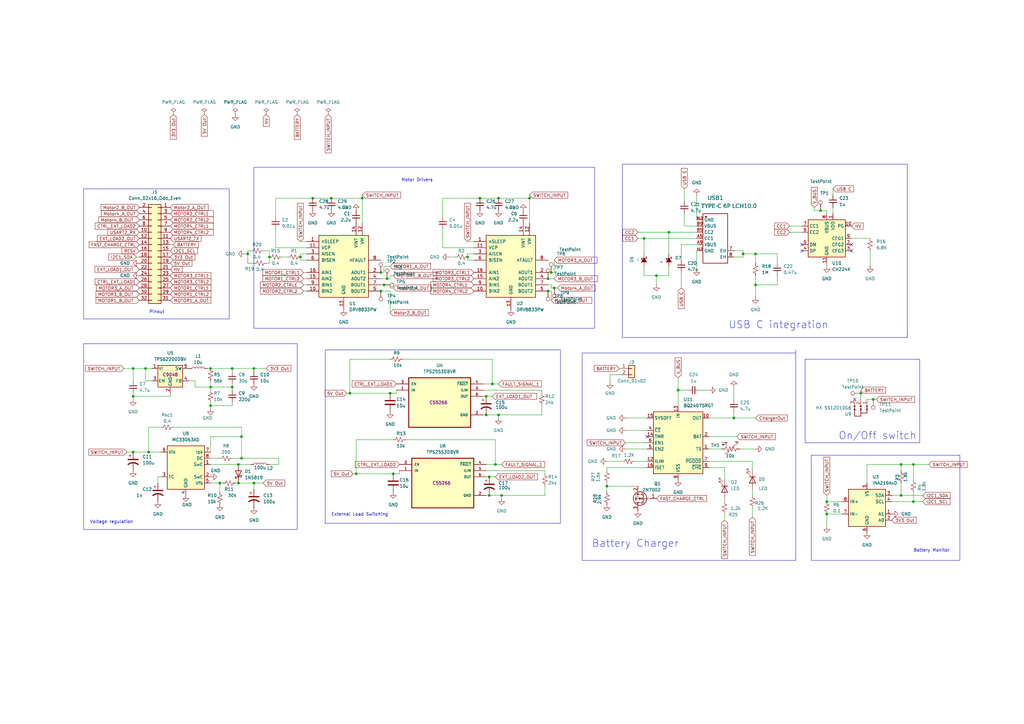
<source format=kicad_sch>
(kicad_sch (version 20250114) (generator "eeschema") (generator_version "9.0")
  (paper "A3")
  (title_block (title "EEE3088F PCB POWER MODULE") (date "2025-03-22") (rev "Rev0") (company "University of Cape Town") (comment 1 "HNSAMM001 & ADMNUH003") (comment 2 "Ammaarah Hansa & Nuha Adams"))
  (lib_symbols
    (symbol "Battery_Management:BQ24075RGT"
      (property "Reference" "U" (at -8.89 13.97 0))
      (property "Value" "BQ24075RGT" (at 16.51 13.97 0))
      (symbol "BQ24075RGT_1_1"
        (pin input line (at -12.7 10.16 0) (length 2.54) (name "SYSOFF") (number "15"))
        (pin input line (at -12.7 5.08 0) (length 2.54) (name "~{CE}") (number "4"))
        (pin input line (at -12.7 2.54 0) (length 2.54) (name "TMR") (number "14"))
        (pin input line (at -12.7 0 0) (length 2.54) (name "EN1") (number "6"))
        (pin input line (at -12.7 -2.54 0) (length 2.54) (name "EN2") (number "5"))
        (pin passive line (at -12.7 -7.62 0) (length 2.54) (name "ILIM") (number "12"))
        (pin passive line (at -12.7 -10.16 0) (length 2.54) (name "ISET") (number "16"))
        (pin power_in line (at 0 15.24 270) (length 2.54) (name "IN") (number "13"))
        (pin passive line (at 0 -15.24 90) (length 2.54) (hide yes) (name "VSS") (number "17"))
        (pin power_in line (at 0 -15.24 90) (length 2.54) (name "VSS") (number "8"))
        (pin power_out line (at 12.7 10.16 180) (length 2.54) (name "OUT") (number "10"))
        (pin passive line (at 12.7 10.16 180) (length 2.54) (hide yes) (name "OUT") (number "11"))
        (pin power_out line (at 12.7 2.54 180) (length 2.54) (name "BAT") (number "2"))
        (pin passive line (at 12.7 2.54 180) (length 2.54) (hide yes) (name "BAT") (number "3"))
        (pin passive line (at 12.7 -2.54 180) (length 2.54) (name "TS") (number "1"))
        (pin open_collector line (at 12.7 -7.62 180) (length 2.54) (name "~{PGOOD}") (number "7"))
        (pin open_collector line (at 12.7 -10.16 180) (length 2.54) (name "~{CHG}") (number "9"))
      )
    )
    (symbol "Connector:TestPoint" (pin_numbers (hide yes)) (pin_names (offset 0.762) (hide yes))
      (property "Reference" "TP" (at 0 6.858 0))
      (property "Value" "TestPoint" (at 0 5.08 0))
      (symbol "TestPoint_1_1"
        (pin passive line (at 0 0 90) (length 2.54) (name "1") (number "1"))
      )
    )
    (symbol "Connector_Generic:Conn_01x02" (pin_names (offset 1.016) (hide yes))
      (property "Reference" "J" (at 0 2.54 0))
      (property "Value" "Conn_01x02" (at 0 -5.08 0))
      (symbol "Conn_01x02_1_1"
        (pin passive line (at -5.08 0 0) (length 3.81) (name "Pin_1") (number "1"))
        (pin passive line (at -5.08 -2.54 0) (length 3.81) (name "Pin_2") (number "2"))
      )
    )
    (symbol "Connector_Generic:Conn_02x16_Odd_Even" (pin_names (offset 1.016) (hide yes))
      (property "Reference" "J" (at 1.27 20.32 0))
      (property "Value" "Conn_02x16_Odd_Even" (at 1.27 -22.86 0))
      (symbol "Conn_02x16_Odd_Even_1_1"
        (pin passive line (at -5.08 17.78 0) (length 3.81) (name "Pin_1") (number "1"))
        (pin passive line (at -5.08 15.24 0) (length 3.81) (name "Pin_3") (number "3"))
        (pin passive line (at -5.08 12.7 0) (length 3.81) (name "Pin_5") (number "5"))
        (pin passive line (at -5.08 10.16 0) (length 3.81) (name "Pin_7") (number "7"))
        (pin passive line (at -5.08 7.62 0) (length 3.81) (name "Pin_9") (number "9"))
        (pin passive line (at -5.08 5.08 0) (length 3.81) (name "Pin_11") (number "11"))
        (pin passive line (at -5.08 2.54 0) (length 3.81) (name "Pin_13") (number "13"))
        (pin passive line (at -5.08 0 0) (length 3.81) (name "Pin_15") (number "15"))
        (pin passive line (at -5.08 -2.54 0) (length 3.81) (name "Pin_17") (number "17"))
        (pin passive line (at -5.08 -5.08 0) (length 3.81) (name "Pin_19") (number "19"))
        (pin passive line (at -5.08 -7.62 0) (length 3.81) (name "Pin_21") (number "21"))
        (pin passive line (at -5.08 -10.16 0) (length 3.81) (name "Pin_23") (number "23"))
        (pin passive line (at -5.08 -12.7 0) (length 3.81) (name "Pin_25") (number "25"))
        (pin passive line (at -5.08 -15.24 0) (length 3.81) (name "Pin_27") (number "27"))
        (pin passive line (at -5.08 -17.78 0) (length 3.81) (name "Pin_29") (number "29"))
        (pin passive line (at -5.08 -20.32 0) (length 3.81) (name "Pin_31") (number "31"))
        (pin passive line (at 7.62 17.78 180) (length 3.81) (name "Pin_2") (number "2"))
        (pin passive line (at 7.62 15.24 180) (length 3.81) (name "Pin_4") (number "4"))
        (pin passive line (at 7.62 12.7 180) (length 3.81) (name "Pin_6") (number "6"))
        (pin passive line (at 7.62 10.16 180) (length 3.81) (name "Pin_8") (number "8"))
        (pin passive line (at 7.62 7.62 180) (length 3.81) (name "Pin_10") (number "10"))
        (pin passive line (at 7.62 5.08 180) (length 3.81) (name "Pin_12") (number "12"))
        (pin passive line (at 7.62 2.54 180) (length 3.81) (name "Pin_14") (number "14"))
        (pin passive line (at 7.62 0 180) (length 3.81) (name "Pin_16") (number "16"))
        (pin passive line (at 7.62 -2.54 180) (length 3.81) (name "Pin_18") (number "18"))
        (pin passive line (at 7.62 -5.08 180) (length 3.81) (name "Pin_20") (number "20"))
        (pin passive line (at 7.62 -7.62 180) (length 3.81) (name "Pin_22") (number "22"))
        (pin passive line (at 7.62 -10.16 180) (length 3.81) (name "Pin_24") (number "24"))
        (pin passive line (at 7.62 -12.7 180) (length 3.81) (name "Pin_26") (number "26"))
        (pin passive line (at 7.62 -15.24 180) (length 3.81) (name "Pin_28") (number "28"))
        (pin passive line (at 7.62 -17.78 180) (length 3.81) (name "Pin_30") (number "30"))
        (pin passive line (at 7.62 -20.32 180) (length 3.81) (name "Pin_32") (number "32"))
      )
    )
    (symbol "Device:C" (pin_numbers (hide yes)) (pin_names (offset 0.254))
      (property "Reference" "C" (at 0.635 2.54 0))
      (property "Value" "C" (at 0.635 -2.54 0))
      (symbol "C_1_1"
        (pin passive line (at 0 3.81 270) (length 2.794) (name "~") (number "1"))
        (pin passive line (at 0 -3.81 90) (length 2.794) (name "~") (number "2"))
      )
    )
    (symbol "Device:C_Polarized_US" (pin_numbers (hide yes)) (pin_names (offset 0.254) (hide yes))
      (property "Reference" "C" (at 0.635 2.54 0))
      (property "Value" "C_Polarized_US" (at 0.635 -2.54 0))
      (symbol "C_Polarized_US_1_1"
        (pin passive line (at 0 3.81 270) (length 2.794) (name "~") (number "1"))
        (pin passive line (at 0 -3.81 90) (length 3.302) (name "~") (number "2"))
      )
    )
    (symbol "Device:C_Small" (pin_numbers (hide yes)) (pin_names (offset 0.254) (hide yes))
      (property "Reference" "C" (at 0.254 1.778 0))
      (property "Value" "C_Small" (at 0.254 -2.032 0))
      (symbol "C_Small_1_1"
        (pin passive line (at 0 2.54 270) (length 2.032) (name "~") (number "1"))
        (pin passive line (at 0 -2.54 90) (length 2.032) (name "~") (number "2"))
      )
    )
    (symbol "Device:D_Schottky_Small_Filled" (pin_numbers (hide yes)) (pin_names (offset 0.254) (hide yes))
      (property "Reference" "D" (at -1.27 2.032 0))
      (property "Value" "D_Schottky_Small_Filled" (at -7.112 -2.032 0))
      (symbol "D_Schottky_Small_Filled_1_1"
        (pin passive line (at -2.54 0 0) (length 1.778) (name "K") (number "1"))
        (pin passive line (at 2.54 0 180) (length 1.778) (name "A") (number "2"))
      )
    )
    (symbol "Device:L" (pin_numbers (hide yes)) (pin_names (offset 1.016) (hide yes))
      (property "Reference" "L" (at -1.27 0 90))
      (property "Value" "L" (at 1.905 0 90))
      (symbol "L_1_1"
        (pin passive line (at 0 3.81 270) (length 1.27) (name "1") (number "1"))
        (pin passive line (at 0 -3.81 90) (length 1.27) (name "2") (number "2"))
      )
    )
    (symbol "Device:LED" (pin_numbers (hide yes)) (pin_names (offset 1.016) (hide yes))
      (property "Reference" "D" (at 0 2.54 0))
      (property "Value" "LED" (at 0 -2.54 0))
      (symbol "LED_1_1"
        (pin passive line (at -3.81 0 0) (length 2.54) (name "K") (number "1"))
        (pin passive line (at 3.81 0 180) (length 2.54) (name "A") (number "2"))
      )
    )
    (symbol "Device:R_Small_US" (pin_numbers (hide yes)) (pin_names (offset 0.254) (hide yes))
      (property "Reference" "R" (at 0.762 0.508 0))
      (property "Value" "R_Small_US" (at 0.762 -1.016 0))
      (symbol "R_Small_US_1_1"
        (pin passive line (at 0 2.54 270) (length 1.016) (name "~") (number "1"))
        (pin passive line (at 0 -2.54 90) (length 1.016) (name "~") (number "2"))
      )
    )
    (symbol "Device:Thermistor_NTC_US" (pin_numbers (hide yes)) (pin_names (offset 0))
      (property "Reference" "TH" (at -4.445 0 90))
      (property "Value" "Thermistor_NTC_US" (at 3.175 0 90))
      (symbol "Thermistor_NTC_US_1_1"
        (pin passive line (at 0 3.81 270) (length 1.27) (name "~") (number "1"))
        (pin passive line (at 0 -3.81 90) (length 1.27) (name "~") (number "2"))
      )
    )
    (symbol "Diode:1N5819" (pin_numbers (hide yes)) (pin_names (offset 1.016) (hide yes))
      (property "Reference" "D" (at 0 2.54 0))
      (property "Value" "1N5819" (at 0 -2.54 0))
      (symbol "1N5819_1_1"
        (pin passive line (at -3.81 0 0) (length 2.54) (name "K") (number "1"))
        (pin passive line (at 3.81 0 180) (length 2.54) (name "A") (number "2"))
      )
    )
    (symbol "Driver_Motor:DRV8833PW" (pin_names (offset 1.016))
      (property "Reference" "U" (at -3.81 16.51 0))
      (property "Value" "DRV8833PW" (at -3.81 13.97 0))
      (symbol "DRV8833PW_1_1"
        (pin input line (at -15.24 10.16 0) (length 5.08) (name "nSLEEP") (number "1"))
        (pin bidirectional line (at -15.24 7.62 0) (length 5.08) (name "VCP") (number "11"))
        (pin bidirectional line (at -15.24 5.08 0) (length 5.08) (name "AISEN") (number "3"))
        (pin bidirectional line (at -15.24 2.54 0) (length 5.08) (name "BISEN") (number "6"))
        (pin input line (at -15.24 -2.54 0) (length 5.08) (name "AIN1") (number "16"))
        (pin input line (at -15.24 -5.08 0) (length 5.08) (name "AIN2") (number "15"))
        (pin input line (at -15.24 -7.62 0) (length 5.08) (name "BIN1") (number "9"))
        (pin input line (at -15.24 -10.16 0) (length 5.08) (name "BIN2") (number "10"))
        (pin power_in line (at 0 -17.78 90) (length 5.08) (name "GND") (number "13"))
        (pin power_in line (at 5.08 17.78 270) (length 5.08) (name "VINT") (number "14"))
        (pin power_in line (at 7.62 17.78 270) (length 5.08) (name "VM") (number "12"))
        (pin open_collector line (at 15.24 2.54 180) (length 5.08) (name "nFAULT") (number "8"))
        (pin power_out line (at 15.24 -2.54 180) (length 5.08) (name "AOUT1") (number "2"))
        (pin power_out line (at 15.24 -5.08 180) (length 5.08) (name "AOUT2") (number "4"))
        (pin power_out line (at 15.24 -7.62 180) (length 5.08) (name "BOUT1") (number "7"))
        (pin power_out line (at 15.24 -10.16 180) (length 5.08) (name "BOUT2") (number "5"))
      )
    )
    (symbol "GND_1" (power) (pin_numbers (hide yes)) (pin_names (offset 0) (hide yes))
      (property "Value" "GND" (at 0 -3.81 0))
      (symbol "GND_1_1_1"
        (pin power_in line (at 0 0 270) (length 0) (name "~") (number "1"))
      )
    )
    (symbol "GND_2" (power) (pin_numbers (hide yes)) (pin_names (offset 0) (hide yes))
      (property "Value" "GND" (at 0 -3.81 0))
      (symbol "GND_2_1_1"
        (pin power_in line (at 0 0 270) (length 0) (name "~") (number "1"))
      )
    )
    (symbol "Interface_USB:CH224K"
      (property "Reference" "U" (at -7.874 -8.89 0))
      (property "Value" "CH224K" (at 3.048 -8.89 0))
      (symbol "CH224K_1_1"
        (pin bidirectional line (at -10.16 5.08 0) (length 2.54) (name "CC1") (number "7"))
        (pin bidirectional line (at -10.16 2.54 0) (length 2.54) (name "CC2") (number "6"))
        (pin bidirectional line (at -10.16 -2.54 0) (length 2.54) (name "DM") (number "5"))
        (pin bidirectional line (at -10.16 -5.08 0) (length 2.54) (name "DP") (number "4"))
        (pin passive line (at 0 10.16 270) (length 2.54) (name "VBUS") (number "8"))
        (pin power_in line (at 0 -10.16 90) (length 2.54) (name "GND") (number "11"))
        (pin power_in line (at 2.54 10.16 270) (length 2.54) (name "VDD") (number "1"))
        (pin open_collector line (at 10.16 5.08 180) (length 2.54) (name "PG") (number "10"))
        (pin passive line (at 10.16 0 180) (length 2.54) (name "CFG1") (number "9"))
        (pin passive line (at 10.16 -2.54 180) (length 2.54) (name "CFG2") (number "2"))
        (pin passive line (at 10.16 -5.08 180) (length 2.54) (name "CFG3") (number "3"))
      )
    )
    (symbol "Regulator_Switching:MC33063AD"
      (property "Reference" "U" (at -7.62 8.89 0))
      (property "Value" "MC33063AD" (at 0 8.89 0))
      (symbol "MC33063AD_1_1"
        (pin power_in line (at -10.16 5.08 0) (length 2.54) (name "Vin") (number "6"))
        (pin passive line (at -10.16 -5.08 0) (length 2.54) (name "TC") (number "3"))
        (pin power_in line (at 0 -12.7 90) (length 2.54) (name "GND") (number "4"))
        (pin input line (at 10.16 5.08 180) (length 2.54) (name "Ipk") (number "7"))
        (pin open_collector line (at 10.16 2.54 180) (length 2.54) (name "DC") (number "8"))
        (pin open_collector line (at 10.16 0 180) (length 2.54) (name "SwC") (number "1"))
        (pin open_emitter line (at 10.16 -5.08 180) (length 2.54) (name "SwE") (number "2"))
        (pin input line (at 10.16 -7.62 180) (length 2.54) (name "Vfb") (number "5"))
      )
    )
    (symbol "Regulator_Switching:TPS62200DBV" (pin_names (offset 0.254))
      (property "Reference" "U" (at -5.08 7.62 0))
      (property "Value" "TPS62200DBV" (at 0 7.62 0))
      (symbol "TPS62200DBV_1_1"
        (pin power_in line (at -7.62 5.08 0) (length 2.54) (name "VI") (number "1"))
        (pin input line (at -7.62 0 0) (length 2.54) (name "EN") (number "3"))
        (pin power_in line (at 0 -5.08 90) (length 2.54) (name "GND") (number "2"))
        (pin output line (at 7.62 5.08 180) (length 2.54) (name "SW") (number "5"))
        (pin input line (at 7.62 0 180) (length 2.54) (name "FB") (number "4"))
      )
    )
    (symbol "SCHLIB_HX-SS12D10G6_2025-03-26:HX SS12D10G6"
      (property "Reference" "U?" (at 0 0 0))
      (property "Value" "HX SS12D10G6" (at 0 0 0))
      (symbol "HX SS12D10G6_0_0"
        (pin unspecified line (at -2.54 -2.54 90) (length 2.54) (name "1") (number "1"))
        (pin unspecified line (at 0 -2.54 90) (length 3.048) (name "2") (number "2"))
        (pin unspecified line (at 2.54 -2.54 90) (length 2.54) (name "3") (number "3"))
      )
    )
    (symbol "SCH_usb-c_2025-03-28:TYPE-C 6P LCH10.0"
      (property "Reference" "USB" (at -4.2926 13.6779 0))
      (property "Value" "TYPE-C 6P LCH10.0" (at -4.2926 11.4935 0))
      (symbol "TYPE-C 6P LCH10.0_0_0"
        (pin unspecified line (at -7.62 6.35 0) (length 2.54) (name "GND") (number "B12"))
        (pin unspecified line (at -7.62 3.81 0) (length 2.54) (name "VBUS") (number "B9"))
        (pin unspecified line (at -7.62 1.27 0) (length 2.54) (name "CC2") (number "B5"))
        (pin unspecified line (at -7.62 -1.27 0) (length 2.54) (name "CC1") (number "A5"))
        (pin unspecified line (at -7.62 -3.81 0) (length 2.54) (name "VBUS") (number "A9"))
        (pin unspecified line (at -7.62 -6.35 0) (length 2.54) (name "GND") (number "A12"))
        (pin unspecified line (at 7.62 -6.35 180) (length 2.54) (name "EH") (number "7"))
        (pin unspecified line (at 7.62 -8.89 180) (length 2.54) (name "EH") (number "8"))
      )
    )
    (symbol "Sensor_Energy:INA219AxD"
      (property "Reference" "U" (at -6.35 8.89 0))
      (property "Value" "INA219AxD" (at 5.08 8.89 0))
      (symbol "INA219AxD_1_1"
        (pin input line (at -10.16 2.54 0) (length 2.54) (name "IN+") (number "8"))
        (pin input line (at -10.16 -2.54 0) (length 2.54) (name "IN-") (number "7"))
        (pin power_in line (at 0 10.16 270) (length 2.54) (name "VS") (number "5"))
        (pin power_in line (at 0 -10.16 90) (length 2.54) (name "GND") (number "6"))
        (pin bidirectional line (at 10.16 5.08 180) (length 2.54) (name "SDA") (number "3"))
        (pin input line (at 10.16 2.54 180) (length 2.54) (name "SCL") (number "4"))
        (pin input line (at 10.16 -2.54 180) (length 2.54) (name "A1") (number "1"))
        (pin input line (at 10.16 -5.08 180) (length 2.54) (name "A0") (number "2"))
      )
    )
    (symbol "TPS2553DBVR:TPS2553DBVR" (pin_names (offset 1.016))
      (property "Reference" "U" (at -12.7 11.16 0))
      (property "Value" "TPS2553DBVR" (at -12.7 -14.16 0))
      (symbol "TPS2553DBVR_0_0"
        (pin input line (at -17.78 7.62 0) (length 5.08) (name "EN") (number "3"))
        (pin input line (at -17.78 5.08 0) (length 5.08) (name "IN") (number "1"))
        (pin output line (at 17.78 7.62 180) (length 5.08) (name "~{FAULT}") (number "4"))
        (pin output line (at 17.78 5.08 180) (length 5.08) (name "ILIM") (number "5"))
        (pin output line (at 17.78 2.54 180) (length 5.08) (name "OUT") (number "6"))
        (pin power_in line (at 17.78 -5.08 180) (length 5.08) (name "GND") (number "2"))
      )
    )
    (symbol "Transistor_FET:2N7002" (pin_names (hide yes))
      (property "Reference" "Q" (at 5.08 1.905 0))
      (property "Value" "2N7002" (at 5.08 0 0))
      (symbol "2N7002_1_1"
        (pin input line (at -5.08 0 0) (length 2.54) (name "G") (number "1"))
        (pin passive line (at 2.54 5.08 270) (length 2.54) (name "D") (number "3"))
        (pin passive line (at 2.54 -5.08 90) (length 2.54) (name "S") (number "2"))
      )
    )
    (symbol "power:GND" (power) (pin_names (offset 0))
      (property "Value" "GND" (at 0 -3.81 0))
      (symbol "GND_1_1"
        (pin power_in line (at 0 0 270) (length 0) (hide yes) (name "GND") (number "1"))
      )
    )
    (symbol "power:PWR_FLAG" (power) (pin_numbers (hide yes)) (pin_names (offset 0) (hide yes))
      (property "Value" "PWR_FLAG" (at 0 3.81 0))
      (symbol "PWR_FLAG_0_0"
        (pin power_out line (at 0 0 90) (length 0) (name "~") (number "1"))
      )
    )
  )
  (rectangle (start 34.29 77.47) (end 93.98 130.81))
  (rectangle (start 133.35 143.51) (end 229.87 214.63))
  (rectangle (start 330.2 147.32) (end 377.19 181.61))
  (rectangle (start 332.74 186.69) (end 393.7 229.87))
  (rectangle (start 34.29 140.97) (end 121.92 217.17))
  (rectangle (start 104.14 68.58) (end 243.84 134.62))
  (text "On/Off switch" (at 359.918 178.816 0) (effects (font (size 3 3))))
  (text "Battery Charger" (at 260.604 223.012 0) (effects (font (size 3 3))))
  (text "External Load Switching" (at 135.89 211.836 0) (effects (font (size 1.27 1.27)) (justify left bottom)))
  (text "Pinout\n" (at 61.214 128.778 0) (effects (font (size 1.27 1.27)) (justify left bottom)))
  (text "USB C integration\n" (at 319.278 133.35 0) (effects (font (size 3 3))))
  (text "Battery Monitor" (at 374.65 226.568 0) (effects (font (size 1.27 1.27)) (justify left bottom)))
  (text "Voltage regulation" (at 36.83 214.884 0) (effects (font (size 1.27 1.27)) (justify left bottom)))
  (text "Motor Drivers" (at 164.592 74.676 0) (effects (font (size 1.27 1.27)) (justify left bottom)))
  (junction (at 60.96 185.42))
  (junction (at 374.65 190.5))
  (junction (at 226.06 111.76))
  (junction (at 203.2 190.5))
  (junction (at 128.27 81.28))
  (junction (at 160.02 161.29))
  (junction (at 339.09 210.82))
  (junction (at 274.32 95.25))
  (junction (at 199.39 170.18))
  (junction (at 101.6 104.14))
  (junction (at 123.19 105.41))
  (junction (at 104.14 151.13))
  (junction (at 205.74 203.2))
  (junction (at 278.13 160.02))
  (junction (at 110.49 105.41))
  (junction (at 200.66 195.58))
  (junction (at 300.99 171.45))
  (junction (at 196.85 81.28))
  (junction (at 54.61 151.13))
  (junction (at 95.25 151.13))
  (junction (at 146.05 194.31))
  (junction (at 59.69 151.13))
  (junction (at 336.55 86.36))
  (junction (at 369.57 203.2))
  (junction (at 99.06 187.96))
  (junction (at 339.09 205.74))
  (junction (at 97.79 198.12))
  (junction (at 353.06 161.29))
  (junction (at 191.77 105.41))
  (junction (at 204.47 170.18))
  (junction (at 201.93 157.48))
  (junction (at 86.36 158.75))
  (junction (at 204.47 81.28))
  (junction (at 369.57 190.5))
  (junction (at 97.79 190.5))
  (junction (at 248.92 199.39))
  (junction (at 304.8 104.14))
  (junction (at 135.89 81.28))
  (junction (at 199.39 162.56))
  (junction (at 309.88 104.14))
  (junction (at 264.16 97.79))
  (junction (at 156.21 119.38))
  (junction (at 95.25 158.75))
  (junction (at 269.24 113.03))
  (junction (at 161.29 194.31))
  (junction (at 156.21 111.76))
  (junction (at 158.75 114.3))
  (junction (at 54.61 185.42))
  (junction (at 99.06 179.07))
  (junction (at 224.79 119.38))
  (junction (at 157.48 116.84))
  (junction (at 86.36 151.13))
  (junction (at 148.59 81.28))
  (junction (at 86.36 166.37))
  (junction (at 309.88 116.84))
  (junction (at 90.17 198.12))
  (junction (at 224.79 114.3))
  (junction (at 54.61 162.56))
  (junction (at 104.14 198.12))
  (junction (at 200.66 203.2))
  (junction (at 143.51 161.29))
  (junction (at 227.33 118.11))
  (junction (at 358.14 163.83))
  (junction (at 217.17 81.28))
  (junction (at 374.65 205.74))
  (no_connect (at 350.52 163.83))
  (no_connect (at 349.25 102.87))
  (no_connect (at 328.93 102.87))
  (no_connect (at 328.93 100.33))
  (no_connect (at 265.43 179.07))
  (no_connect (at 349.25 100.33))
  (wire (pts (xy 161.29 180.34) (xy 146.05 180.34)))
  (wire (pts (xy 125.73 116.84) (xy 124.46 116.84)))
  (wire (pts (xy 99.06 179.07) (xy 99.06 187.96)))
  (wire (pts (xy 125.73 104.14) (xy 123.19 104.14)))
  (wire (pts (xy 50.8 151.13) (xy 54.61 151.13)))
  (wire (pts (xy 69.85 162.56) (xy 54.61 162.56)))
  (wire (pts (xy 160.02 161.29) (xy 162.56 161.29)))
  (wire (pts (xy 226.06 116.84) (xy 224.79 116.84)))
  (wire (pts (xy 54.61 185.42) (xy 60.96 185.42)))
  (wire (pts (xy 287.02 160.02) (xy 290.83 160.02)))
  (wire (pts (xy 86.36 151.13) (xy 85.09 151.13)))
  (wire (pts (xy 279.4 111.76) (xy 279.4 118.11)))
  (wire (pts (xy 157.48 109.22) (xy 157.48 111.76)))
  (wire (pts (xy 157.48 116.84) (xy 156.21 116.84)))
  (wire (pts (xy 148.59 81.28) (xy 148.59 91.44)))
  (wire (pts (xy 198.12 157.48) (xy 201.93 157.48)))
  (wire (pts (xy 248.92 191.77) (xy 265.43 191.77)))
  (wire (pts (xy 80.01 158.75) (xy 86.36 158.75)))
  (wire (pts (xy 341.63 77.47) (xy 341.63 80.01)))
  (wire (pts (xy 309.88 104.14) (xy 318.77 104.14)))
  (wire (pts (xy 80.01 156.21) (xy 80.01 158.75)))
  (wire (pts (xy 128.27 81.28) (xy 135.89 81.28)))
  (wire (pts (xy 160.02 116.84) (xy 157.48 116.84)))
  (wire (pts (xy 290.83 191.77) (xy 297.18 191.77)))
  (wire (pts (xy 217.17 80.01) (xy 217.17 81.28)))
  (wire (pts (xy 123.19 99.06) (xy 125.73 99.06)))
  (wire (pts (xy 95.25 166.37) (xy 86.36 166.37)))
  (wire (pts (xy 204.47 170.18) (xy 204.47 171.45)))
  (wire (pts (xy 97.79 198.12) (xy 104.14 198.12)))
  (wire (pts (xy 203.2 195.58) (xy 200.66 195.58)))
  (wire (pts (xy 181.61 88.9) (xy 181.61 81.28)))
  (wire (pts (xy 62.23 156.21) (xy 59.69 156.21)))
  (wire (pts (xy 381 190.5) (xy 374.65 190.5)))
  (wire (pts (xy 160.02 147.32) (xy 143.51 147.32)))
  (wire (pts (xy 308.61 189.23) (xy 308.61 193.04)))
  (wire (pts (xy 269.24 113.03) (xy 274.32 113.03)))
  (wire (pts (xy 113.03 93.98) (xy 113.03 101.6)))
  (wire (pts (xy 248.92 199.39) (xy 248.92 201.93)))
  (wire (pts (xy 198.12 160.02) (xy 222.25 160.02)))
  (wire (pts (xy 264.16 97.79) (xy 285.75 97.79)))
  (wire (pts (xy 125.73 114.3) (xy 124.46 114.3)))
  (wire (pts (xy 227.33 106.68) (xy 227.33 111.76)))
  (wire (pts (xy 303.53 184.15) (xy 309.88 184.15)))
  (wire (pts (xy 54.61 151.13) (xy 59.69 151.13)))
  (wire (pts (xy 256.54 184.15) (xy 265.43 184.15)))
  (wire (pts (xy 226.06 118.11) (xy 226.06 116.84)))
  (wire (pts (xy 285.75 102.87) (xy 285.75 110.49)))
  (wire (pts (xy 95.25 158.75) (xy 95.25 160.02)))
  (wire (pts (xy 300.99 171.45) (xy 309.88 171.45)))
  (wire (pts (xy 274.32 109.22) (xy 274.32 113.03)))
  (wire (pts (xy 113.03 81.28) (xy 128.27 81.28)))
  (wire (pts (xy 165.1 147.32) (xy 201.93 147.32)))
  (wire (pts (xy 309.88 104.14) (xy 309.88 107.95)))
  (wire (pts (xy 378.46 205.74) (xy 374.65 205.74)))
  (wire (pts (xy 280.67 87.63) (xy 280.67 92.71)))
  (wire (pts (xy 339.09 210.82) (xy 339.09 215.9)))
  (wire (pts (xy 274.32 95.25) (xy 285.75 95.25)))
  (wire (pts (xy 200.66 203.2) (xy 199.39 203.2)))
  (wire (pts (xy 160.02 118.11) (xy 160.02 116.84)))
  (wire (pts (xy 86.36 187.96) (xy 90.17 187.96)))
  (wire (pts (xy 201.93 157.48) (xy 204.47 157.48)))
  (wire (pts (xy 261.62 199.39) (xy 248.92 199.39)))
  (wire (pts (xy 71.12 100.33) (xy 69.85 100.33)))
  (wire (pts (xy 160.02 114.3) (xy 158.75 114.3)))
  (wire (pts (xy 227.33 114.3) (xy 224.79 114.3)))
  (wire (pts (xy 334.01 86.36) (xy 336.55 86.36)))
  (wire (pts (xy 222.25 161.29) (xy 222.25 160.02)))
  (wire (pts (xy 157.48 111.76) (xy 156.21 111.76)))
  (wire (pts (xy 378.46 203.2) (xy 369.57 203.2)))
  (wire (pts (xy 143.51 161.29) (xy 160.02 161.29)))
  (wire (pts (xy 309.88 116.84) (xy 309.88 113.03)))
  (wire (pts (xy 64.77 198.12) (xy 64.77 195.58)))
  (wire (pts (xy 264.16 113.03) (xy 269.24 113.03)))
  (wire (pts (xy 260.35 189.23) (xy 265.43 189.23)))
  (wire (pts (xy 374.65 196.85) (xy 374.65 190.5)))
  (wire (pts (xy 204.47 170.18) (xy 199.39 170.18)))
  (wire (pts (xy 110.49 107.95) (xy 110.49 105.41)))
  (wire (pts (xy 336.55 86.36) (xy 339.09 86.36)))
  (wire (pts (xy 226.06 111.76) (xy 224.79 111.76)))
  (wire (pts (xy 104.14 200.66) (xy 104.14 198.12)))
  (wire (pts (xy 318.77 104.14) (xy 318.77 107.95)))
  (wire (pts (xy 308.61 208.28) (xy 308.61 212.09)))
  (wire (pts (xy 341.63 85.09) (xy 341.63 87.63)))
  (wire (pts (xy 290.83 184.15) (xy 295.91 184.15)))
  (wire (pts (xy 104.14 151.13) (xy 95.25 151.13)))
  (wire (pts (xy 339.09 86.36) (xy 339.09 87.63)))
  (wire (pts (xy 161.29 194.31) (xy 163.83 194.31)))
  (polyline (pts (xy 326.39 144.78) (xy 238.76 144.78)))
  (wire (pts (xy 71.12 175.26) (xy 99.06 175.26)))
  (wire (pts (xy 304.8 104.14) (xy 309.88 104.14)))
  (wire (pts (xy 297.18 191.77) (xy 297.18 196.85)))
  (wire (pts (xy 264.16 109.22) (xy 264.16 113.03)))
  (wire (pts (xy 199.39 193.04) (xy 223.52 193.04)))
  (wire (pts (xy 369.57 198.12) (xy 369.57 203.2)))
  (wire (pts (xy 300.99 102.87) (xy 304.8 102.87)))
  (wire (pts (xy 123.19 104.14) (xy 123.19 105.41)))
  (wire (pts (xy 104.14 198.12) (xy 107.95 198.12)))
  (wire (pts (xy 205.74 203.2) (xy 200.66 203.2)))
  (wire (pts (xy 279.4 100.33) (xy 279.4 106.68)))
  (wire (pts (xy 163.83 194.31) (xy 163.83 193.04)))
  (wire (pts (xy 264.16 97.79) (xy 264.16 104.14)))
  (wire (pts (xy 369.57 193.04) (xy 369.57 190.5)))
  (wire (pts (xy 323.85 92.71) (xy 328.93 92.71)))
  (polyline (pts (xy 326.39 143.51) (xy 326.39 229.87)))
  (wire (pts (xy 261.62 97.79) (xy 264.16 97.79)))
  (wire (pts (xy 86.36 190.5) (xy 97.79 190.5)))
  (wire (pts (xy 60.96 175.26) (xy 60.96 185.42)))
  (wire (pts (xy 143.51 147.32) (xy 143.51 161.29)))
  (wire (pts (xy 300.99 158.75) (xy 300.99 163.83)))
  (wire (pts (xy 254 153.67) (xy 250.19 153.67)))
  (wire (pts (xy 194.31 101.6) (xy 181.61 101.6)))
  (wire (pts (xy 66.04 175.26) (xy 60.96 175.26)))
  (wire (pts (xy 339.09 210.82) (xy 345.44 210.82)))
  (wire (pts (xy 148.59 80.01) (xy 148.59 81.28)))
  (wire (pts (xy 114.3 190.5) (xy 114.3 187.96)))
  (wire (pts (xy 194.31 106.68) (xy 191.77 106.68)))
  (polyline (pts (xy 372.11 67.31) (xy 372.11 138.43)))
  (wire (pts (xy 125.73 119.38) (xy 124.46 119.38)))
  (wire (pts (xy 290.83 189.23) (xy 308.61 189.23)))
  (wire (pts (xy 318.77 116.84) (xy 309.88 116.84)))
  (wire (pts (xy 191.77 104.14) (xy 191.77 105.41)))
  (wire (pts (xy 86.36 179.07) (xy 86.36 185.42)))
  (wire (pts (xy 97.79 190.5) (xy 102.87 190.5)))
  (wire (pts (xy 374.65 201.93) (xy 374.65 205.74)))
  (wire (pts (xy 339.09 107.95) (xy 339.09 109.22)))
  (wire (pts (xy 102.87 102.87) (xy 101.6 102.87)))
  (wire (pts (xy 290.83 171.45) (xy 300.99 171.45)))
  (wire (pts (xy 300.99 168.91) (xy 300.99 171.45)))
  (wire (pts (xy 104.14 107.95) (xy 101.6 107.95)))
  (wire (pts (xy 217.17 81.28) (xy 217.17 91.44)))
  (wire (pts (xy 86.36 198.12) (xy 90.17 198.12)))
  (wire (pts (xy 77.47 156.21) (xy 80.01 156.21)))
  (wire (pts (xy 142.24 161.29) (xy 143.51 161.29)))
  (polyline (pts (xy 255.27 67.31) (xy 372.11 67.31)))
  (wire (pts (xy 359.41 163.83) (xy 358.14 163.83)))
  (wire (pts (xy 160.02 119.38) (xy 156.21 119.38)))
  (wire (pts (xy 123.19 106.68) (xy 123.19 105.41)))
  (wire (pts (xy 278.13 160.02) (xy 281.94 160.02)))
  (wire (pts (xy 223.52 199.39) (xy 223.52 203.2)))
  (wire (pts (xy 161.29 113.03) (xy 160.02 113.03)))
  (wire (pts (xy 99.06 175.26) (xy 99.06 179.07)))
  (wire (pts (xy 323.85 95.25) (xy 328.93 95.25)))
  (wire (pts (xy 162.56 161.29) (xy 162.56 160.02)))
  (wire (pts (xy 52.07 185.42) (xy 54.61 185.42)))
  (wire (pts (xy 248.92 189.23) (xy 255.27 189.23)))
  (wire (pts (xy 191.77 106.68) (xy 191.77 105.41)))
  (wire (pts (xy 54.61 161.29) (xy 54.61 162.56)))
  (wire (pts (xy 248.92 198.12) (xy 248.92 199.39)))
  (wire (pts (xy 201.93 162.56) (xy 199.39 162.56)))
  (wire (pts (xy 374.65 190.5) (xy 369.57 190.5)))
  (wire (pts (xy 191.77 99.06) (xy 194.31 99.06)))
  (wire (pts (xy 285.75 80.01) (xy 285.75 90.17)))
  (wire (pts (xy 199.39 190.5) (xy 203.2 190.5)))
  (wire (pts (xy 204.47 81.28) (xy 217.17 81.28)))
  (wire (pts (xy 285.75 100.33) (xy 279.4 100.33)))
  (wire (pts (xy 280.67 77.47) (xy 280.67 82.55)))
  (wire (pts (xy 374.65 205.74) (xy 365.76 205.74)))
  (wire (pts (xy 318.77 113.03) (xy 318.77 116.84)))
  (wire (pts (xy 339.09 203.2) (xy 339.09 205.74)))
  (wire (pts (xy 109.22 107.95) (xy 110.49 107.95)))
  (wire (pts (xy 95.25 152.4) (xy 95.25 151.13)))
  (wire (pts (xy 228.6 118.11) (xy 227.33 118.11)))
  (wire (pts (xy 96.52 198.12) (xy 97.79 198.12)))
  (wire (pts (xy 227.33 118.11) (xy 226.06 118.11)))
  (wire (pts (xy 160.02 109.22) (xy 157.48 109.22)))
  (wire (pts (xy 304.8 105.41) (xy 300.99 105.41)))
  (wire (pts (xy 181.61 93.98) (xy 181.61 101.6)))
  (wire (pts (xy 160.02 128.27) (xy 160.02 119.38)))
  (wire (pts (xy 274.32 95.25) (xy 274.32 104.14)))
  (wire (pts (xy 99.06 187.96) (xy 114.3 187.96)))
  (wire (pts (xy 166.37 180.34) (xy 203.2 180.34)))
  (wire (pts (xy 125.73 101.6) (xy 113.03 101.6)))
  (wire (pts (xy 104.14 152.4) (xy 104.14 151.13)))
  (polyline (pts (xy 238.76 144.78) (xy 238.76 229.87)))
  (wire (pts (xy 95.25 187.96) (xy 99.06 187.96)))
  (wire (pts (xy 60.96 185.42) (xy 66.04 185.42)))
  (wire (pts (xy 222.25 170.18) (xy 204.47 170.18)))
  (polyline (pts (xy 255.27 138.43) (xy 372.11 138.43)))
  (wire (pts (xy 304.8 102.87) (xy 304.8 104.14)))
  (wire (pts (xy 86.36 179.07) (xy 99.06 179.07)))
  (wire (pts (xy 223.52 203.2) (xy 205.74 203.2)))
  (wire (pts (xy 95.25 158.75) (xy 95.25 157.48)))
  (wire (pts (xy 226.06 123.19) (xy 226.06 119.38)))
  (wire (pts (xy 95.25 165.1) (xy 95.25 166.37)))
  (wire (pts (xy 261.62 95.25) (xy 274.32 95.25)))
  (wire (pts (xy 54.61 151.13) (xy 54.61 156.21)))
  (wire (pts (xy 269.24 113.03) (xy 269.24 116.84)))
  (wire (pts (xy 194.31 104.14) (xy 191.77 104.14)))
  (wire (pts (xy 90.17 198.12) (xy 91.44 198.12)))
  (wire (pts (xy 369.57 203.2) (xy 365.76 203.2)))
  (wire (pts (xy 196.85 81.28) (xy 204.47 81.28)))
  (wire (pts (xy 86.36 165.1) (xy 86.36 166.37)))
  (wire (pts (xy 297.18 204.47) (xy 297.18 205.74)))
  (wire (pts (xy 135.89 81.28) (xy 148.59 81.28)))
  (wire (pts (xy 227.33 111.76) (xy 226.06 111.76)))
  (wire (pts (xy 146.05 194.31) (xy 161.29 194.31)))
  (polyline (pts (xy 255.27 67.31) (xy 255.27 138.43)))
  (wire (pts (xy 199.39 170.18) (xy 198.12 170.18)))
  (wire (pts (xy 161.29 118.11) (xy 160.02 118.11)))
  (wire (pts (xy 334.01 85.09) (xy 334.01 86.36)))
  (wire (pts (xy 115.57 105.41) (xy 118.11 105.41)))
  (wire (pts (xy 205.74 203.2) (xy 205.74 204.47)))
  (wire (pts (xy 113.03 88.9) (xy 113.03 81.28)))
  (wire (pts (xy 158.75 114.3) (xy 156.21 114.3)))
  (polyline (pts (xy 238.76 229.87) (xy 326.39 229.87)))
  (wire (pts (xy 353.06 160.02) (xy 353.06 161.29)))
  (wire (pts (xy 86.36 166.37) (xy 86.36 167.64)))
  (wire (pts (xy 309.88 116.84) (xy 309.88 121.92)))
  (wire (pts (xy 90.17 198.12) (xy 90.17 201.93)))
  (wire (pts (xy 104.14 151.13) (xy 109.22 151.13)))
  (wire (pts (xy 86.36 158.75) (xy 95.25 158.75)))
  (wire (pts (xy 223.52 194.31) (xy 223.52 193.04)))
  (wire (pts (xy 250.19 153.67) (xy 250.19 156.845)))
  (wire (pts (xy 86.36 158.75) (xy 86.36 160.02)))
  (wire (pts (xy 110.49 190.5) (xy 114.3 190.5)))
  (wire (pts (xy 285.75 92.71) (xy 280.67 92.71)))
  (wire (pts (xy 308.61 203.2) (xy 308.61 200.66)))
  (wire (pts (xy 144.78 194.31) (xy 146.05 194.31)))
  (wire (pts (xy 353.06 161.29) (xy 353.06 163.83)))
  (wire (pts (xy 110.49 102.87) (xy 107.95 102.87)))
  (wire (pts (xy 101.6 104.14) (xy 100.33 104.14)))
  (wire (pts (xy 256.54 176.53) (xy 265.43 176.53)))
  (wire (pts (xy 55.88 105.41) (xy 57.15 105.41)))
  (wire (pts (xy 125.73 111.76) (xy 124.46 111.76)))
  (wire (pts (xy 125.73 106.68) (xy 123.19 106.68)))
  (wire (pts (xy 201.93 147.32) (xy 201.93 157.48)))
  (wire (pts (xy 146.05 180.34) (xy 146.05 194.31)))
  (wire (pts (xy 369.57 190.5) (xy 355.6 190.5)))
  (wire (pts (xy 278.13 160.02) (xy 278.13 166.37)))
  (wire (pts (xy 226.06 119.38) (xy 224.79 119.38)))
  (wire (pts (xy 356.87 102.87) (xy 356.87 109.22)))
  (wire (pts (xy 184.15 105.41) (xy 186.69 105.41)))
  (wire (pts (xy 355.6 190.5) (xy 355.6 198.12)))
  (wire (pts (xy 203.2 180.34) (xy 203.2 190.5)))
  (wire (pts (xy 59.69 151.13) (xy 59.69 156.21)))
  (wire (pts (xy 297.18 210.82) (xy 297.18 213.36)))
  (wire (pts (xy 349.25 97.79) (xy 356.87 97.79)))
  (wire (pts (xy 256.54 171.45) (xy 265.43 171.45)))
  (wire (pts (xy 203.2 190.5) (xy 205.74 190.5)))
  (wire (pts (xy 86.36 156.21) (xy 86.36 158.75)))
  (wire (pts (xy 358.14 163.83) (xy 355.6 163.83)))
  (wire (pts (xy 278.13 154.94) (xy 278.13 160.02)))
  (wire (pts (xy 160.02 113.03) (xy 160.02 114.3)))
  (wire (pts (xy 222.25 166.37) (xy 222.25 170.18)))
  (wire (pts (xy 339.09 205.74) (xy 345.44 205.74)))
  (wire (pts (xy 95.25 151.13) (xy 86.36 151.13)))
  (wire (pts (xy 181.61 81.28) (xy 196.85 81.28)))
  (wire (pts (xy 304.8 104.14) (xy 304.8 105.41)))
  (wire (pts (xy 69.85 161.29) (xy 69.85 162.56)))
  (wire (pts (xy 101.6 107.95) (xy 101.6 104.14)))
  (wire (pts (xy 199.39 162.56) (xy 198.12 162.56)))
  (wire (pts (xy 200.66 195.58) (xy 199.39 195.58)))
  (wire (pts (xy 248.92 191.77) (xy 248.92 193.04)))
  (polyline (pts (xy 372.11 138.43) (xy 372.11 137.16)))
  (wire (pts (xy 101.6 104.14) (xy 101.6 102.87)))
  (wire (pts (xy 110.49 105.41) (xy 110.49 102.87)))
  (wire (pts (xy 290.83 179.07) (xy 302.26 179.07)))
  (wire (pts (xy 54.61 163.83) (xy 54.61 162.56)))
  (polyline (pts (xy 318.77 134.62) (xy 318.77 133.35)))
  (wire (pts (xy 256.54 181.61) (xy 265.43 181.61)))
  (wire (pts (xy 64.77 195.58) (xy 66.04 195.58)))
  (wire (pts (xy 59.69 151.13) (xy 62.23 151.13)))
  (global_label "3V3 Out" (shape input) (at 71.12 46.99 270) (property "Intersheetrefs" "${INTERSHEET_REFS}" (effects (hide yes))))
  (global_label "MOTOR4_CTRL2 " (shape input) (at 69.85 95.25 0) (property "Intersheetrefs" "${INTERSHEET_REFS}" (effects (hide yes))))
  (global_label "BATTERY" (shape input) (at 254 151.13 180) (property "Intersheetrefs" "${INTERSHEET_REFS}" (effects (hide yes))))
  (global_label "CTRL_EXT_LOAD1" (shape input) (at 162.56 157.48 180) (property "Intersheetrefs" "${INTERSHEET_REFS}" (effects (hide yes))))
  (global_label "MOTOR3_A_OUT " (shape input) (at 57.15 118.11 180) (property "Intersheetrefs" "${INTERSHEET_REFS}" (effects (hide yes))))
  (global_label "CC1" (shape input) (at 261.62 97.79 180) (property "Intersheetrefs" "${INTERSHEET_REFS}" (effects (hide yes))))
  (global_label "Motor2_B_OUT" (shape input) (at 57.15 85.09 180) (property "Intersheetrefs" "${INTERSHEET_REFS}" (effects (hide yes))))
  (global_label "5V Out" (shape input) (at 142.24 161.29 180) (property "Intersheetrefs" "${INTERSHEET_REFS}" (effects (hide yes))))
  (global_label "SWITCH_INPUT" (shape input) (at 148.59 80.01 0) (property "Intersheetrefs" "${INTERSHEET_REFS}" (effects (hide yes))))
  (global_label "EXT_LOAD2_OUT" (shape input) (at 203.2 195.58 0) (property "Intersheetrefs" "${INTERSHEET_REFS}" (effects (hide yes))))
  (global_label "FAULT_SIGNAL_1" (shape input) (at 204.47 157.48 0) (property "Intersheetrefs" "${INTERSHEET_REFS}" (effects (hide yes))))
  (global_label "5V Out" (shape input) (at 69.85 107.95 0) (property "Intersheetrefs" "${INTERSHEET_REFS}" (effects (hide yes))))
  (global_label "MOTOR3_CTRL1" (shape input) (at 194.31 111.76 180) (property "Intersheetrefs" "${INTERSHEET_REFS}" (effects (hide yes))))
  (global_label "USB C" (shape input) (at 341.63 77.47 0) (property "Intersheetrefs" "${INTERSHEET_REFS}" (effects (hide yes))))
  (global_label "V_BUS" (shape input) (at 334.01 85.09 90) (property "Intersheetrefs" "${INTERSHEET_REFS}" (effects (hide yes))))
  (global_label "MOTOR1_CTRL1" (shape input) (at 124.46 111.76 180) (property "Intersheetrefs" "${INTERSHEET_REFS}" (effects (hide yes))))
  (global_label "SWITCH_INPUT" (shape input) (at 359.41 163.83 0) (property "Intersheetrefs" "${INTERSHEET_REFS}" (effects (hide yes))))
  (global_label "CC2" (shape input) (at 323.85 95.25 180) (property "Intersheetrefs" "${INTERSHEET_REFS}" (effects (hide yes))))
  (global_label "MOTOR4_CTRL2 " (shape input) (at 194.31 119.38 180) (property "Intersheetrefs" "${INTERSHEET_REFS}" (effects (hide yes))))
  (global_label "CTRL_EXT_LOAD2" (shape input) (at 163.83 190.5 180) (property "Intersheetrefs" "${INTERSHEET_REFS}" (effects (hide yes))))
  (global_label "I2C1_SDA" (shape input) (at 378.46 203.2 0) (property "Intersheetrefs" "${INTERSHEET_REFS}" (effects (hide yes))))
  (global_label "ChargerOut" (shape input) (at 309.88 171.45 0) (property "Intersheetrefs" "${INTERSHEET_REFS}" (effects (hide yes))))
  (global_label "MOTOR3_CTRL2" (shape input) (at 194.31 114.3 180) (property "Intersheetrefs" "${INTERSHEET_REFS}" (effects (hide yes))))
  (global_label "SWITCH_INPUT" (shape input) (at 381 190.5 0) (property "Intersheetrefs" "${INTERSHEET_REFS}" (effects (hide yes))))
  (global_label "EXT_LOAD1_OUT " (shape input) (at 57.15 110.49 180) (property "Intersheetrefs" "${INTERSHEET_REFS}" (effects (hide yes))))
  (global_label "Motor4_B_OUT " (shape input) (at 226.06 123.19 0) (property "Intersheetrefs" "${INTERSHEET_REFS}" (effects (hide yes))))
  (global_label "3V3 Out" (shape input) (at 109.22 151.13 0) (property "Intersheetrefs" "${INTERSHEET_REFS}" (effects (hide yes))))
  (global_label "RESV" (shape input) (at 57.15 102.87 180) (property "Intersheetrefs" "${INTERSHEET_REFS}" (effects (hide yes))))
  (global_label "Motor4_A_OUT" (shape input) (at 57.15 87.63 180) (property "Intersheetrefs" "${INTERSHEET_REFS}" (effects (hide yes))))
  (global_label "Motor4_A_OUT" (shape input) (at 228.6 118.11 0) (property "Intersheetrefs" "${INTERSHEET_REFS}" (effects (hide yes))))
  (global_label "HV" (shape input) (at 349.25 92.71 0) (property "Intersheetrefs" "${INTERSHEET_REFS}" (effects (hide yes))))
  (global_label "I2C1_SCL" (shape input) (at 378.46 205.74 0) (property "Intersheetrefs" "${INTERSHEET_REFS}" (effects (hide yes))))
  (global_label "FAST_CHARGE_CTRL" (shape input) (at 57.15 100.33 180) (property "Intersheetrefs" "${INTERSHEET_REFS}" (effects (hide yes))))
  (global_label "3V3 Out" (shape input) (at 69.85 105.41 0) (property "Intersheetrefs" "${INTERSHEET_REFS}" (effects (hide yes))))
  (global_label "MOTOR3_CTRL2" (shape input) (at 69.85 115.57 0) (property "Intersheetrefs" "${INTERSHEET_REFS}" (effects (hide yes))))
  (global_label "MOTOR2_CTRL2 " (shape input) (at 124.46 119.38 180) (property "Intersheetrefs" "${INTERSHEET_REFS}" (effects (hide yes))))
  (global_label "MOTOR2_CTRL2 " (shape input) (at 69.85 90.17 0) (property "Intersheetrefs" "${INTERSHEET_REFS}" (effects (hide yes))))
  (global_label "MOTOR3_B_OUT " (shape input) (at 227.33 114.3 0) (property "Intersheetrefs" "${INTERSHEET_REFS}" (effects (hide yes))))
  (global_label "SWITCH_INPUT" (shape input) (at 217.17 80.01 0) (property "Intersheetrefs" "${INTERSHEET_REFS}" (effects (hide yes))))
  (global_label "SWITCH_INPUT" (shape input) (at 308.61 212.09 270) (property "Intersheetrefs" "${INTERSHEET_REFS}" (effects (hide yes))))
  (global_label "SWITCH_INPUT" (shape input) (at 123.19 99.06 90) (property "Intersheetrefs" "${INTERSHEET_REFS}" (effects (hide yes))))
  (global_label "Motor4_B_OUT " (shape input) (at 57.15 90.17 180) (property "Intersheetrefs" "${INTERSHEET_REFS}" (effects (hide yes))))
  (global_label "USB C" (shape input) (at 280.67 77.47 90) (property "Intersheetrefs" "${INTERSHEET_REFS}" (effects (hide yes))))
  (global_label "V_BUS" (shape input) (at 278.13 154.94 90) (property "Intersheetrefs" "${INTERSHEET_REFS}" (effects (hide yes))))
  (global_label "MOTOR4_CTRL1 " (shape input) (at 69.85 92.71 0) (property "Intersheetrefs" "${INTERSHEET_REFS}" (effects (hide yes))))
  (global_label "SWITCH_INPUT" (shape input) (at 339.09 203.2 90) (property "Intersheetrefs" "${INTERSHEET_REFS}" (effects (hide yes))))
  (global_label "EXT_LOAD2_OUT" (shape input) (at 57.15 97.79 180) (property "Intersheetrefs" "${INTERSHEET_REFS}" (effects (hide yes))))
  (global_label "HV" (shape input) (at 69.85 110.49 0) (property "Intersheetrefs" "${INTERSHEET_REFS}" (effects (hide yes))))
  (global_label "MOTOR1_CTRL2" (shape input) (at 124.46 114.3 180) (property "Intersheetrefs" "${INTERSHEET_REFS}" (effects (hide yes))))
  (global_label "3V3 Out" (shape input) (at 365.76 213.36 0) (property "Intersheetrefs" "${INTERSHEET_REFS}" (effects (hide yes))))
  (global_label "MOTOR3_CTRL1" (shape input) (at 69.85 113.03 0) (property "Intersheetrefs" "${INTERSHEET_REFS}" (effects (hide yes))))
  (global_label "Motor2_A_OUT" (shape input) (at 69.85 85.09 0) (property "Intersheetrefs" "${INTERSHEET_REFS}" (effects (hide yes))))
  (global_label "I2C1_SDA" (shape input) (at 55.88 105.41 180) (property "Intersheetrefs" "${INTERSHEET_REFS}" (effects (hide yes))))
  (global_label "MOTOR1_A_OUT" (shape input) (at 69.85 123.19 0) (property "Intersheetrefs" "${INTERSHEET_REFS}" (effects (hide yes))))
  (global_label "BATTERY" (shape input) (at 353.06 160.02 0) (property "Intersheetrefs" "${INTERSHEET_REFS}" (effects (hide yes))))
  (global_label "MOTOR1_CTRL1" (shape input) (at 69.85 118.11 0) (property "Intersheetrefs" "${INTERSHEET_REFS}" (effects (hide yes))))
  (global_label "SWITCH_INPUT" (shape input) (at 50.8 151.13 180) (property "Intersheetrefs" "${INTERSHEET_REFS}" (effects (hide yes))))
  (global_label "CTRL_EXT_LOAD2" (shape input) (at 57.15 92.71 180) (property "Intersheetrefs" "${INTERSHEET_REFS}" (effects (hide yes))))
  (global_label "BATTERY" (shape input) (at 121.92 46.99 270) (property "Intersheetrefs" "${INTERSHEET_REFS}" (effects (hide yes))))
  (global_label "FAST_CHARGE_CTRL" (shape input) (at 269.24 204.47 0) (property "Intersheetrefs" "${INTERSHEET_REFS}" (effects (hide yes))))
  (global_label "BATTERY" (shape input) (at 71.12 100.33 0) (property "Intersheetrefs" "${INTERSHEET_REFS}" (effects (hide yes))))
  (global_label "USART2_RX" (shape input) (at 57.15 95.25 180) (property "Intersheetrefs" "${INTERSHEET_REFS}" (effects (hide yes))))
  (global_label "I2C1_SCL" (shape input) (at 69.85 102.87 0) (property "Intersheetrefs" "${INTERSHEET_REFS}" (effects (hide yes))))
  (global_label "MOTOR1_B_OUT " (shape input) (at 161.29 113.03 0) (property "Intersheetrefs" "${INTERSHEET_REFS}" (effects (hide yes))))
  (global_label "HV" (shape input) (at 109.22 46.99 270) (property "Intersheetrefs" "${INTERSHEET_REFS}" (effects (hide yes))))
  (global_label "CTRL_EXT_LOAD1" (shape input) (at 57.15 115.57 180) (property "Intersheetrefs" "${INTERSHEET_REFS}" (effects (hide yes))))
  (global_label "MOTOR2_CTRL1 " (shape input) (at 124.46 116.84 180) (property "Intersheetrefs" "${INTERSHEET_REFS}" (effects (hide yes))))
  (global_label "SWITCH_INPUT" (shape input) (at 134.62 46.99 270) (property "Intersheetrefs" "${INTERSHEET_REFS}" (effects (hide yes))))
  (global_label "5V Out" (shape input) (at 107.95 198.12 0) (property "Intersheetrefs" "${INTERSHEET_REFS}" (effects (hide yes))))
  (global_label "USB C" (shape input) (at 279.4 118.11 270) (property "Intersheetrefs" "${INTERSHEET_REFS}" (effects (hide yes))))
  (global_label "SWITCH_INPUT" (shape input) (at 191.77 99.06 90) (property "Intersheetrefs" "${INTERSHEET_REFS}" (effects (hide yes))))
  (global_label "5V Out" (shape input) (at 83.82 46.99 270) (property "Intersheetrefs" "${INTERSHEET_REFS}" (effects (hide yes))))
  (global_label "MOTOR2_CTRL1 " (shape input) (at 69.85 87.63 0) (property "Intersheetrefs" "${INTERSHEET_REFS}" (effects (hide yes))))
  (global_label "CC2" (shape input) (at 261.62 95.25 180) (property "Intersheetrefs" "${INTERSHEET_REFS}" (effects (hide yes))))
  (global_label "CC1" (shape input) (at 323.85 92.71 180) (property "Intersheetrefs" "${INTERSHEET_REFS}" (effects (hide yes))))
  (global_label "USART2_TX" (shape input) (at 69.85 97.79 0) (property "Intersheetrefs" "${INTERSHEET_REFS}" (effects (hide yes))))
  (global_label "Motor2_A_OUT" (shape input) (at 161.29 118.11 0) (property "Intersheetrefs" "${INTERSHEET_REFS}" (effects (hide yes))))
  (global_label "MOTOR4_CTRL1 " (shape input) (at 194.31 116.84 180) (property "Intersheetrefs" "${INTERSHEET_REFS}" (effects (hide yes))))
  (global_label "SWITCH_INPUT" (shape input) (at 52.07 185.42 180) (property "Intersheetrefs" "${INTERSHEET_REFS}" (effects (hide yes))))
  (global_label "MOTOR1_A_OUT" (shape input) (at 160.02 109.22 0) (property "Intersheetrefs" "${INTERSHEET_REFS}" (effects (hide yes))))
  (global_label "SWITCH_INPUT" (shape input) (at 256.54 181.61 180) (property "Intersheetrefs" "${INTERSHEET_REFS}" (effects (hide yes))))
  (global_label "Motor2_B_OUT" (shape input) (at 160.02 128.27 0) (property "Intersheetrefs" "${INTERSHEET_REFS}" (effects (hide yes))))
  (global_label "EXT_LOAD1_OUT " (shape input) (at 201.93 162.56 0) (property "Intersheetrefs" "${INTERSHEET_REFS}" (effects (hide yes))))
  (global_label "MOTOR1_B_OUT " (shape input) (at 57.15 123.19 180) (property "Intersheetrefs" "${INTERSHEET_REFS}" (effects (hide yes))))
  (global_label "MOTOR3_B_OUT " (shape input) (at 57.15 120.65 180) (property "Intersheetrefs" "${INTERSHEET_REFS}" (effects (hide yes))))
  (global_label "5V Out" (shape input) (at 144.78 194.31 180) (property "Intersheetrefs" "${INTERSHEET_REFS}" (effects (hide yes))))
  (global_label "SWITCH_INPUT" (shape input) (at 297.18 213.36 270) (property "Intersheetrefs" "${INTERSHEET_REFS}" (effects (hide yes))))
  (global_label "MOTOR1_CTRL2" (shape input) (at 69.85 120.65 0) (property "Intersheetrefs" "${INTERSHEET_REFS}" (effects (hide yes))))
  (global_label "SWITCH_INPUT" (shape input) (at 302.26 179.07 0) (property "Intersheetrefs" "${INTERSHEET_REFS}" (effects (hide yes))))
  (global_label "FAULT_SIGNAL_1" (shape input) (at 205.74 190.5 0) (property "Intersheetrefs" "${INTERSHEET_REFS}" (effects (hide yes))))
  (global_label "MOTOR3_A_OUT " (shape input) (at 227.33 106.68 0) (property "Intersheetrefs" "${INTERSHEET_REFS}" (effects (hide yes))))
  (symbol (lib_id "power:GND") (at 355.6 218.44 0) (unit 1)
    (property "Reference" "#PWR011" (effects (hide yes)))
    (property "Value" "GND" (at 355.6 223.52 0))
  )
  (symbol (lib_id "Device:L") (at 81.28 151.13 90) (unit 1)
    (property "Reference" "L1" (at 81.28 146.05 90))
    (property "Value" "10u" (at 81.28 148.59 90))
    (property "Footprint" "Inductor_SMD:L_0805_2012Metric_Pad1.15x1.40mm_HandSolder" (effects (hide yes)))
    (property "LCSC" "C1046" (effects (hide yes)))
  )
  (symbol (lib_id "power:GND") (at 205.74 204.47 0) (unit 1)
    (property "Reference" "#PWR026" (effects (hide yes)))
    (property "Value" "GND" (at 205.74 209.55 0))
  )
  (symbol (lib_id "power:GND") (at 76.2 203.2 0) (unit 1)
    (property "Reference" "#PWR022" (effects (hide yes)))
    (property "Value" "GND" (at 78.74 207.01 0) (effects (justify right)))
  )
  (symbol (lib_id "SCH_usb-c_2025-03-28:TYPE-C 6P LCH10.0") (at 293.37 96.52 0) (unit 1)
    (property "Reference" "USB1" (at 293.37 81.28 0) (effects (font (size 1.6891 1.6891))))
    (property "Value" "TYPE-C 6P LCH10.0" (at 298.958 84.582 0) (effects (font (size 1.6891 1.6891))))
    (property "Footprint" "PCBLIB_USB-TH_TYPE-C-6P-LCH10.0_2025-03-28:USB-TH_TYPE-C-6P-LCH10.0" (effects (hide yes)))
    (property "Manufacturer Part" "TYPE-C 6P LCH10.0" (effects (hide yes)))
    (property "Manufacturer" "SHOU HAN(首韩)" (effects (hide yes)))
    (property "Supplier Part" "C5187470" (effects (hide yes)))
    (property "Supplier" "LCSC" (effects (hide yes)))
    (property "LCSC" "C5187470" (effects (hide yes)))
  )
  (symbol (lib_id "Device:C_Small") (at 104.14 154.94 0) (unit 1)
    (property "Reference" "C10" (at 106.68 153.6763 0) (effects (justify left)))
    (property "Value" "10u" (at 106.68 156.2163 0) (effects (justify left)))
    (property "Footprint" "Capacitor_SMD:C_1210_3225Metric_Pad1.33x2.70mm_HandSolder" (effects (hide yes)))
    (property "LCSC" "C13585 " (effects (hide yes)))
  )
  (symbol (lib_id "Device:R_Small_US") (at 257.81 189.23 90) (unit 1)
    (property "Reference" "R17" (at 252.73 186.944 90))
    (property "Value" "1.2K" (at 258.064 186.69 90))
    (property "Footprint" "Resistor_SMD:R_0805_2012Metric_Pad1.20x1.40mm_HandSolder" (effects (hide yes)))
    (property "Description" "Resistor, small US symbol" (effects (hide yes)))
    (property "LCSC" "C17379" (effects (hide yes)))
  )
  (symbol (lib_id "power:GND") (at 248.92 207.01 0) (unit 1)
    (property "Reference" "#PWR028" (effects (hide yes)))
    (property "Value" "GND" (at 248.92 212.09 0))
  )
  (symbol (lib_id "power:GND") (at 100.33 104.14 270) (unit 1)
    (property "Reference" "#PWR04" (effects (hide yes)))
    (property "Value" "GND" (at 96.52 104.14 90) (effects (justify right)))
  )
  (symbol (lib_id "Device:L") (at 106.68 190.5 90) (unit 1)
    (property "Reference" "L2" (at 110.744 192.024 90))
    (property "Value" "100u" (at 106.68 191.77 90))
    (property "Footprint" "Resistor_THT:R_Axial_DIN0411_L9.9mm_D3.6mm_P7.62mm_Vertical" (effects (hide yes)))
    (property "LCSC" "C2931837" (effects (hide yes)))
  )
  (symbol (lib_id "Device:C_Small") (at 284.48 160.02 90) (unit 1)
    (property "Reference" "C24" (at 284.4863 153.67 90))
    (property "Value" "1u" (at 284.4863 156.21 90))
    (property "Footprint" "Capacitor_SMD:C_0402_1005Metric_Pad0.74x0.62mm_HandSolder" (effects (hide yes)))
    (property "Description" "Unpolarized capacitor, small symbol" (effects (hide yes)))
    (property "LCSC" "C52923 " (effects (hide yes)))
  )
  (symbol (lib_name "GND_2") (lib_id "power:GND") (at 300.99 158.75 180) (unit 1)
    (property "Reference" "#PWR041" (effects (hide yes)))
    (property "Value" "GND" (at 300.99 153.67 0))
    (property "Description" "Power symbol creates a global label with name \"GND\" , ground" (effects (hide yes)))
  )
  (symbol (lib_id "power:PWR_FLAG") (at 121.92 46.99 0) (unit 1)
    (property "Reference" "#FLG05" (effects (hide yes)))
    (property "Value" "PWR_FLAG" (at 121.92 41.91 0))
    (property "Description" "Special symbol for telling ERC where power comes from" (effects (hide yes)))
  )
  (symbol (lib_id "Device:R_Small_US") (at 120.65 105.41 90) (unit 1)
    (property "Reference" "R1" (at 120.65 102.87 90))
    (property "Value" "0.4" (at 120.65 107.95 90))
    (property "Footprint" "Resistor_SMD:R_2010_5025Metric_Pad1.40x2.65mm_HandSolder" (effects (hide yes)))
    (property "LCSC" "C912792 " (effects (hide yes)))
  )
  (symbol (lib_id "Device:C_Small") (at 95.25 162.56 0) (unit 1)
    (property "Reference" "C9" (at 97.79 161.2962 0) (effects (justify left)))
    (property "Value" "220p" (at 97.79 163.8362 0) (effects (justify left)))
    (property "Footprint" "Capacitor_SMD:C_0805_2012Metric" (effects (hide yes)))
    (property "LCSC" "C107145 " (effects (hide yes)))
  )
  (symbol (lib_name "GND_1") (lib_id "power:GND") (at 248.92 189.23 270) (unit 1)
    (property "Reference" "#PWR027" (effects (hide yes)))
    (property "Value" "GND" (at 245.11 189.2299 90) (effects (justify right)))
    (property "Description" "Power symbol creates a global label with name \"GND\" , ground" (effects (hide yes)))
  )
  (symbol (lib_id "Device:R_Small_US") (at 248.92 195.58 180) (unit 1)
    (property "Reference" "R27" (at 243.332 195.58 90))
    (property "Value" "1.5k" (at 245.364 195.58 90))
    (property "Footprint" "Resistor_SMD:R_1210_3225Metric_Pad1.30x2.65mm_HandSolder" (effects (hide yes)))
    (property "Description" "Resistor, small US symbol" (effects (hide yes)))
    (property "LCSC" "C4310 " (effects (hide yes)))
  )
  (symbol (lib_id "Connector:TestPoint") (at 156.21 111.76 0) (unit 1)
    (property "Reference" "TP2" (at 158.75 107.1879 0) (effects (justify left)))
    (property "Value" "TestPoint" (at 158.75 105.41 0) (effects (justify left)))
    (property "Footprint" "TestPoint:TestPoint_Pad_D2.0mm" (effects (hide yes)))
    (property "Description" "test point" (effects (hide yes)))
  )
  (symbol (lib_id "Connector:TestPoint") (at 358.14 163.83 180) (unit 1)
    (property "Reference" "TP11" (at 360.68 165.8619 0) (effects (justify right)))
    (property "Value" "TestPoint" (at 360.68 168.4019 0) (effects (justify right)))
    (property "Footprint" "TestPoint:TestPoint_Pad_D2.0mm" (effects (hide yes)))
    (property "Description" "test point" (effects (hide yes)))
  )
  (symbol (lib_name "GND_2") (lib_id "power:GND") (at 256.54 171.45 270) (unit 1)
    (property "Reference" "#PWR036" (effects (hide yes)))
    (property "Value" "GND" (at 252.73 171.4499 90) (effects (justify right)))
    (property "Description" "Power symbol creates a global label with name \"GND\" , ground" (effects (hide yes)))
  )
  (symbol (lib_id "Device:R_Small_US") (at 356.87 100.33 0) (unit 1)
    (property "Reference" "R16" (at 359.41 99.0599 0) (effects (justify left)))
    (property "Value" "6.8K" (at 359.41 101.5999 0) (effects (justify left)))
    (property "Footprint" "Resistor_SMD:R_0603_1608Metric_Pad0.98x0.95mm_HandSolder" (effects (hide yes)))
    (property "Description" "Resistor, small US symbol" (effects (hide yes)))
    (property "LCSC" "C23212 " (effects (hide yes)))
  )
  (symbol (lib_id "power:GND") (at 209.55 127 0) (unit 1)
    (property "Reference" "#PWR09" (effects (hide yes)))
    (property "Value" "GND" (at 209.55 132.08 0))
  )
  (symbol (lib_id "Connector:TestPoint") (at 224.79 114.3 0) (unit 1)
    (property "Reference" "TP7" (at 227.33 109.7279 0) (effects (justify left)))
    (property "Value" "TestPoint" (at 227.33 112.2679 0) (effects (justify left)))
    (property "Footprint" "TestPoint:TestPoint_Pad_D2.0mm" (effects (hide yes)))
    (property "Description" "test point" (effects (hide yes)))
  )
  (symbol (lib_id "Device:C_Small") (at 128.27 83.82 0) (unit 1)
    (property "Reference" "C28" (at 130.81 82.5562 0) (effects (justify left)))
    (property "Value" "4.7u" (at 130.81 85.0962 0) (effects (justify left)))
    (property "Footprint" "Capacitor_SMD:C_0603_1608Metric_Pad1.08x0.95mm_HandSolder" (effects (hide yes)))
    (property "Description" "Unpolarized capacitor, small symbol" (effects (hide yes)))
    (property "LCSC" "C19666 " (effects (hide yes)))
  )
  (symbol (lib_id "Device:C_Polarized_US") (at 199.39 166.37 0) (unit 1)
    (property "Reference" "C15" (at 203.2 165.1 0) (effects (justify left)))
    (property "Value" "100u" (at 203.2 167.005 0) (effects (justify left)))
    (property "Footprint" "Capacitor_SMD:C_1210_3225Metric_Pad1.33x2.70mm_HandSolder" (effects (hide yes)))
    (property "LCSC" "C15008 " (effects (hide yes)))
  )
  (symbol (lib_id "Connector:TestPoint") (at 156.21 119.38 180) (unit 1)
    (property "Reference" "TP4" (at 158.75 121.4119 0) (effects (justify right)))
    (property "Value" "TestPoint" (at 158.75 123.9519 0) (effects (justify right)))
    (property "Footprint" "TestPoint:TestPoint_Pad_D2.0mm" (effects (hide yes)))
    (property "Description" "test point" (effects (hide yes)))
  )
  (symbol (lib_id "Device:R_Small_US") (at 189.23 105.41 90) (unit 1)
    (property "Reference" "R2" (at 189.23 102.87 90))
    (property "Value" "0.4" (at 189.23 107.95 90))
    (property "Footprint" "Resistor_SMD:R_2010_5025Metric_Pad1.40x2.65mm_HandSolder" (effects (hide yes)))
    (property "LCSC" "C912792 " (effects (hide yes)))
  )
  (symbol (lib_id "Device:R_Small_US") (at 297.18 208.28 180) (unit 1)
    (property "Reference" "R25" (at 300.736 211.074 0))
    (property "Value" "1.2k" (at 301.752 208.534 0))
    (property "Footprint" "Resistor_SMD:R_0805_2012Metric_Pad1.20x1.40mm_HandSolder" (effects (hide yes)))
    (property "Description" "Resistor, small US symbol" (effects (hide yes)))
    (property "LCSC" "C17379" (effects (hide yes)))
  )
  (symbol (lib_id "power:GND") (at 339.09 215.9 0) (unit 1)
    (property "Reference" "#PWR013" (effects (hide yes)))
    (property "Value" "GND" (at 339.09 220.98 0))
  )
  (symbol (lib_id "power:GND") (at 104.14 157.48 0) (unit 1)
    (property "Reference" "#PWR016" (effects (hide yes)))
    (property "Value" "GND" (at 104.14 162.56 0))
  )
  (symbol (lib_id "Device:C_Small") (at 135.89 83.82 0) (unit 1)
    (property "Reference" "C29" (at 138.43 82.5562 0) (effects (justify left)))
    (property "Value" "4.7u" (at 138.43 85.0962 0) (effects (justify left)))
    (property "Footprint" "Capacitor_SMD:C_0603_1608Metric_Pad1.08x0.95mm_HandSolder" (effects (hide yes)))
    (property "Description" "Unpolarized capacitor, small symbol" (effects (hide yes)))
    (property "LCSC" "C19666 " (effects (hide yes)))
  )
  (symbol (lib_id "Device:R_Small_US") (at 369.57 195.58 180) (unit 1)
    (property "Reference" "R3" (at 368.046 195.834 90))
    (property "Value" "1.8k" (at 371.348 195.58 90))
    (property "Footprint" "Resistor_SMD:R_0603_1608Metric" (effects (hide yes)))
    (property "LCSC" "C4177 " (effects (hide yes)))
  )
  (symbol (lib_id "power:GND") (at 365.76 210.82 90) (unit 1)
    (property "Reference" "#PWR012" (effects (hide yes)))
    (property "Value" "GND" (at 369.57 210.82 90) (effects (justify right)))
  )
  (symbol (lib_id "Device:R_Small_US") (at 105.41 102.87 90) (unit 1)
    (property "Reference" "R20" (at 105.41 100.33 90))
    (property "Value" "0.4" (at 105.41 105.41 90))
    (property "Footprint" "Resistor_SMD:R_2010_5025Metric_Pad1.40x2.65mm_HandSolder" (effects (hide yes)))
    (property "LCSC" "C912792 " (effects (hide yes)))
  )
  (symbol (lib_id "Device:R_Small_US") (at 86.36 153.67 0) (unit 1)
    (property "Reference" "R5" (at 87.63 153.67 0) (effects (justify left)))
    (property "Value" "56k" (at 87.63 156.21 0) (effects (justify left)))
    (property "Footprint" "Resistor_SMD:R_0805_2012Metric_Pad1.20x1.40mm_HandSolder" (effects (hide yes)))
    (property "LCSC" "C23206" (effects (hide yes)))
  )
  (symbol (lib_id "power:GND") (at 86.36 167.64 0) (unit 1)
    (property "Reference" "#PWR015" (effects (hide yes)))
    (property "Value" "GND" (at 85.09 171.45 0))
  )
  (symbol (lib_name "GND_2") (lib_id "power:GND") (at 309.88 121.92 0) (unit 1)
    (property "Reference" "#PWR046" (effects (hide yes)))
    (property "Value" "GND" (at 309.88 127 0))
    (property "Description" "Power symbol creates a global label with name \"GND\" , ground" (effects (hide yes)))
  )
  (symbol (lib_id "Device:R_Small_US") (at 248.92 204.47 180) (unit 1)
    (property "Reference" "R28" (at 244.094 204.47 90))
    (property "Value" "2.9k" (at 245.872 204.724 90))
    (property "Footprint" "Resistor_SMD:R_0805_2012Metric_Pad1.20x1.40mm_HandSolder" (effects (hide yes)))
    (property "Description" "Resistor, small US symbol" (effects (hide yes)))
    (property "LCSC" "C4211" (effects (hide yes)))
  )
  (symbol (lib_id "TPS2553DBVR:TPS2553DBVR") (at 180.34 165.1 0) (unit 1)
    (property "Reference" "U4" (at 180.34 149.86 0))
    (property "Value" "TPS2553DBVR" (at 180.34 152.4 0))
    (property "Footprint" "PCBLIB_SOT-23-6_L2.9-W1.6-P0.95-LS2.8-BR_2025-03-28:SOT-23-6_L2.9-W1.6-P0.95-LS2.8-BR" (effects (hide yes)))
    (property "Description" "0.075-1.7A adj. ILIMIT,  2.5-6.5V, 85mΩ USB power switch, active-high, reverse blocking" (effects (hide yes)))
    (property "DigiKey_Part_Number" "296-32464-2-ND" (effects (hide yes)))
    (property "SnapEDA_Link" "https://www.snapeda.com/parts/TPS2553DBVR/Texas+Instruments/view-part/?ref=snap" (effects (hide yes)))
    (property "MF" "Texas Instruments" (effects (hide yes)))
    (property "Package" "SOT-23-6 Texas Instruments" (effects (hide yes)))
    (property "Check_prices" "https://www.snapeda.com/parts/TPS2553DBVR/Texas+Instruments/view-part/?ref=eda" (effects (hide yes)))
    (property "MP" "TPS2553DBVR" (effects (hide yes)))
    (property "LCSC" "C55266 " (at 180.34 165.1 0))
  )
  (symbol (lib_id "power:GND") (at 57.15 107.95 270) (unit 1)
    (property "Reference" "#PWR02" (effects (hide yes)))
    (property "Value" "GND" (at 53.34 107.95 90) (effects (justify right)))
  )
  (symbol (lib_id "Connector:TestPoint") (at 157.48 116.84 270) (unit 1)
    (property "Reference" "TP5" (at 162.56 115.5699 90) (effects (justify left)))
    (property "Value" "TestPoint" (at 162.56 118.1099 90) (effects (justify left)))
    (property "Footprint" "TestPoint:TestPoint_Pad_D2.0mm" (effects (hide yes)))
    (property "Description" "test point" (effects (hide yes)))
  )
  (symbol (lib_id "Transistor_FET:2N7002") (at 264.16 204.47 180) (unit 1)
    (property "Reference" "Q1" (at 271.018 198.374 0) (effects (justify left)))
    (property "Value" "2N7002" (at 271.018 200.914 0) (effects (justify left)))
    (property "Footprint" "Package_TO_SOT_SMD:SOT-23" (effects (hide yes)))
    (property "Datasheet" "https://www.onsemi.com/pub/Collateral/NDS7002A-D.PDF" (effects (hide yes)))
    (property "Description" "0.115A Id, 60V Vds, N-Channel MOSFET, SOT-23" (effects (hide yes)))
    (property "LCSC" "C8545" (effects (hide yes)))
  )
  (symbol (lib_id "Device:D_Schottky_Small_Filled") (at 274.32 106.68 270) (unit 1)
    (property "Reference" "D7" (at 276.86 105.7909 90) (effects (justify left)))
    (property "Value" "~" (at 270.764 107.442 90) (effects (justify left)))
    (property "Footprint" "Diode_SMD:D_SOD-323" (effects (hide yes)))
    (property "Description" "Schottky diode, small symbol, filled shape" (effects (hide yes)))
    (property "LCSC" "C191023" (effects (hide yes)))
  )
  (symbol (lib_name "GND_2") (lib_id "power:GND") (at 256.54 184.15 270) (unit 1)
    (property "Reference" "#PWR038" (effects (hide yes)))
    (property "Value" "GND" (at 252.73 184.1499 90) (effects (justify right)))
    (property "Description" "Power symbol creates a global label with name \"GND\" , ground" (effects (hide yes)))
  )
  (symbol (lib_name "GND_2") (lib_id "power:GND") (at 269.24 116.84 0) (unit 1)
    (property "Reference" "#PWR043" (effects (hide yes)))
    (property "Value" "GND" (at 269.24 121.92 0))
    (property "Description" "Power symbol creates a global label with name \"GND\" , ground" (effects (hide yes)))
  )
  (symbol (lib_id "power:GND") (at 184.15 105.41 270) (unit 1)
    (property "Reference" "#PWR07" (effects (hide yes)))
    (property "Value" "GND" (at 180.34 105.41 90) (effects (justify right)))
  )
  (symbol (lib_id "TPS2553DBVR:TPS2553DBVR") (at 181.61 198.12 0) (unit 1)
    (property "Reference" "U6" (at 181.61 182.88 0))
    (property "Value" "TPS2553DBVR" (at 181.61 185.42 0))
    (property "Footprint" "PCBLIB_SOT-23-6_L2.9-W1.6-P0.95-LS2.8-BR_2025-03-28:SOT-23-6_L2.9-W1.6-P0.95-LS2.8-BR" (effects (hide yes)))
    (property "Description" "0.075-1.7A adj. ILIMIT,  2.5-6.5V, 85mΩ USB power switch, active-high, reverse blocking" (effects (hide yes)))
    (property "DigiKey_Part_Number" "296-32464-2-ND" (effects (hide yes)))
    (property "SnapEDA_Link" "https://www.snapeda.com/parts/TPS2553DBVR/Texas+Instruments/view-part/?ref=snap" (effects (hide yes)))
    (property "MF" "Texas Instruments" (effects (hide yes)))
    (property "Package" "SOT-23-6 Texas Instruments" (effects (hide yes)))
    (property "Check_prices" "https://www.snapeda.com/parts/TPS2553DBVR/Texas+Instruments/view-part/?ref=eda" (effects (hide yes)))
    (property "MP" "TPS2553DBVR" (effects (hide yes)))
    (property "LCSC" "C55266 " (at 181.61 198.12 0))
  )
  (symbol (lib_id "Device:C_Polarized_US") (at 54.61 189.23 0) (unit 1)
    (property "Reference" "C11" (at 58.42 187.325 0) (effects (justify left)))
    (property "Value" "100u" (at 58.42 189.865 0) (effects (justify left)))
    (property "Footprint" "Capacitor_SMD:C_1210_3225Metric_Pad1.33x2.70mm_HandSolder" (effects (hide yes)))
    (property "LCSC" "C15008 " (effects (hide yes)))
  )
  (symbol (lib_id "power:GND") (at 214.63 86.36 180) (unit 1)
    (property "Reference" "#PWR010" (effects (hide yes)))
    (property "Value" "GND" (at 210.82 85.09 0))
  )
  (symbol (lib_id "Device:C_Small") (at 181.61 91.44 0) (unit 1)
    (property "Reference" "C4" (at 184.15 90.1763 0) (effects (justify left)))
    (property "Value" "0.01u" (at 184.15 92.7163 0) (effects (justify left)))
    (property "Footprint" "Capacitor_SMD:C_0805_2012Metric_Pad1.18x1.45mm_HandSolder" (effects (hide yes)))
    (property "LCSC" "C1710 " (effects (hide yes)))
  )
  (symbol (lib_id "power:GND") (at 90.17 207.01 0) (unit 1)
    (property "Reference" "#PWR020" (effects (hide yes)))
    (property "Value" "GND" (at 90.17 212.09 0))
  )
  (symbol (lib_id "power:PWR_FLAG") (at 83.82 46.99 0) (unit 1)
    (property "Reference" "#FLG02" (effects (hide yes)))
    (property "Value" "PWR_FLAG" (at 83.82 41.91 0))
    (property "Description" "Special symbol for telling ERC where power comes from" (effects (hide yes)))
  )
  (symbol (lib_id "power:GND") (at 135.89 86.36 0) (unit 1)
    (property "Reference" "#PWR030" (effects (hide yes)))
    (property "Value" "GND" (at 135.89 91.44 0))
  )
  (symbol (lib_id "Battery_Management:BQ24075RGT") (at 278.13 181.61 0) (unit 1)
    (property "Reference" "U11" (at 280.2733 163.83 0) (effects (justify left)))
    (property "Value" "BQ24075RGT" (at 280.2733 166.37 0) (effects (justify left)))
    (property "Footprint" "Package_DFN_QFN:VQFN-16-1EP_3x3mm_P0.5mm_EP1.6x1.6mm" (effects (hide yes)))
    (property "Datasheet" "http://www.ti.com/lit/ds/symlink/bq24075.pdf" (effects (hide yes)))
    (property "Description" "USB-Friendly Li-Ion Battery Charger and Power-Path Management, VQFN-16" (effects (hide yes)))
    (property "LCSC" "C15464" (effects (hide yes)))
  )
  (symbol (lib_name "GND_2") (lib_id "power:GND") (at 339.09 109.22 0) (unit 1)
    (property "Reference" "#PWR034" (effects (hide yes)))
    (property "Value" "GND" (at 339.09 114.3 0))
    (property "Description" "Power symbol creates a global label with name \"GND\" , ground" (effects (hide yes)))
  )
  (symbol (lib_id "Device:C_Small") (at 54.61 158.75 0) (unit 1)
    (property "Reference" "C7" (at 57.15 157.48 0) (effects (justify left)))
    (property "Value" "4.7u" (at 57.15 160.02 0) (effects (justify left)))
    (property "Footprint" "Capacitor_SMD:C_0603_1608Metric_Pad1.08x0.95mm_HandSolder" (effects (hide yes)))
    (property "LCSC" "C19666 " (effects (hide yes)))
  )
  (symbol (lib_id "power:GND") (at 250.19 156.845 0) (unit 1)
    (property "Reference" "#PWR051" (effects (hide yes)))
    (property "Value" "GND" (at 250.19 161.29 0))
  )
  (symbol (lib_id "Connector:TestPoint") (at 224.79 119.38 180) (unit 1)
    (property "Reference" "TP8" (at 227.33 121.4119 0) (effects (justify right)))
    (property "Value" "TestPoint" (at 227.33 123.9519 0) (effects (justify right)))
    (property "Footprint" "TestPoint:TestPoint_Pad_D2.0mm" (effects (hide yes)))
    (property "Description" "test point" (effects (hide yes)))
  )
  (symbol (lib_id "power:GND") (at 140.97 127 0) (unit 1)
    (property "Reference" "#PWR03" (effects (hide yes)))
    (property "Value" "GND" (at 140.97 132.08 0))
  )
  (symbol (lib_id "Device:C_Small") (at 95.25 154.94 0) (unit 1)
    (property "Reference" "C8" (at 97.79 153.6762 0) (effects (justify left)))
    (property "Value" "30p" (at 97.79 156.2162 0) (effects (justify left)))
    (property "Footprint" "Capacitor_SMD:C_0603_1608Metric_Pad1.08x0.95mm_HandSolder" (effects (hide yes)))
    (property "LCSC" "C1658 " (effects (hide yes)))
  )
  (symbol (lib_id "Device:C_Small") (at 204.47 83.82 0) (unit 1)
    (property "Reference" "C27" (at 207.01 82.5562 0) (effects (justify left)))
    (property "Value" "4.7u" (at 207.01 85.0962 0) (effects (justify left)))
    (property "Footprint" "Capacitor_SMD:C_0603_1608Metric_Pad1.08x0.95mm_HandSolder" (effects (hide yes)))
    (property "Description" "Unpolarized capacitor, small symbol" (effects (hide yes)))
    (property "LCSC" "C19666 " (effects (hide yes)))
  )
  (symbol (lib_id "Device:C_Small") (at 196.85 83.82 0) (unit 1)
    (property "Reference" "C26" (at 199.39 82.5562 0) (effects (justify left)))
    (property "Value" "4.7u" (at 199.39 85.0962 0) (effects (justify left)))
    (property "Footprint" "Capacitor_SMD:C_0603_1608Metric_Pad1.08x0.95mm_HandSolder" (effects (hide yes)))
    (property "Description" "Unpolarized capacitor, small symbol" (effects (hide yes)))
    (property "LCSC" "C19666 " (effects (hide yes)))
  )
  (symbol (lib_id "power:GND") (at 57.15 113.03 270) (unit 1)
    (property "Reference" "#PWR01" (effects (hide yes)))
    (property "Value" "GND" (at 53.34 113.03 90) (effects (justify right)))
  )
  (symbol (lib_id "Device:C_Small") (at 214.63 88.9 0) (unit 1)
    (property "Reference" "C6" (at 209.55 87.63 0) (effects (justify left)))
    (property "Value" "2.2u" (at 208.28 90.17 0) (effects (justify left)))
    (property "Footprint" "Capacitor_SMD:C_0603_1608Metric_Pad1.08x0.95mm_HandSolder" (effects (hide yes)))
    (property "LCSC" "C12530 " (effects (hide yes)))
  )
  (symbol (lib_name "GND_2") (lib_id "power:GND") (at 285.75 80.01 180) (unit 1)
    (property "Reference" "#PWR044" (effects (hide yes)))
    (property "Value" "GND" (at 285.75 74.93 0))
    (property "Description" "Power symbol creates a global label with name \"GND\" , ground" (effects (hide yes)))
  )
  (symbol (lib_name "GND_2") (lib_id "power:GND") (at 285.75 110.49 0) (unit 1)
    (property "Reference" "#PWR045" (effects (hide yes)))
    (property "Value" "GND" (at 285.75 115.57 0))
    (property "Description" "Power symbol creates a global label with name \"GND\" , ground" (effects (hide yes)))
  )
  (symbol (lib_id "power:PWR_FLAG") (at 134.62 46.99 0) (unit 1)
    (property "Reference" "#FLG06" (effects (hide yes)))
    (property "Value" "PWR_FLAG" (at 134.62 41.91 0))
    (property "Description" "Special symbol for telling ERC where power comes from" (effects (hide yes)))
  )
  (symbol (lib_name "GND_2") (lib_id "power:GND") (at 256.54 176.53 270) (unit 1)
    (property "Reference" "#PWR037" (effects (hide yes)))
    (property "Value" "GND" (at 252.73 176.5299 90) (effects (justify right)))
    (property "Description" "Power symbol creates a global label with name \"GND\" , ground" (effects (hide yes)))
  )
  (symbol (lib_id "Connector:TestPoint") (at 227.33 118.11 180) (unit 1)
    (property "Reference" "TP9" (at 229.87 120.1419 0) (effects (justify right)))
    (property "Value" "TestPoint" (at 229.87 122.6819 0) (effects (justify right)))
    (property "Footprint" "TestPoint:TestPoint_Pad_D2.0mm" (effects (hide yes)))
    (property "Description" "test point" (effects (hide yes)))
  )
  (symbol (lib_id "Device:C_Small") (at 113.03 91.44 0) (unit 1)
    (property "Reference" "C2" (at 115.57 90.1763 0) (effects (justify left)))
    (property "Value" "0.01u" (at 115.57 92.7163 0) (effects (justify left)))
    (property "Footprint" "Capacitor_SMD:C_0805_2012Metric_Pad1.18x1.45mm_HandSolder" (effects (hide yes)))
    (property "LCSC" "C1710 " (effects (hide yes)))
  )
  (symbol (lib_id "Regulator_Switching:MC33063AD") (at 76.2 190.5 0) (unit 1)
    (property "Reference" "U8" (at 76.2 177.8 0))
    (property "Value" "MC33063AD" (at 76.2 180.34 0))
    (property "Footprint" "Package_SO:SOIC-8_3.9x4.9mm_P1.27mm" (effects (hide yes)))
    (property "Datasheet" "http://www.onsemi.com/pub_link/Collateral/MC34063A-D.PDF" (effects (hide yes)))
    (property "LCSC" "C127837 " (effects (hide yes)))
  )
  (symbol (lib_id "Device:R_Small_US") (at 113.03 105.41 90) (unit 1)
    (property "Reference" "R15" (at 113.03 102.87 90))
    (property "Value" "0.4" (at 113.03 107.95 90))
    (property "Footprint" "Resistor_SMD:R_2010_5025Metric_Pad1.40x2.65mm_HandSolder" (effects (hide yes)))
    (property "LCSC" "C912792 " (effects (hide yes)))
  )
  (symbol (lib_id "Device:R_Small_US") (at 339.09 208.28 0) (unit 1)
    (property "Reference" "R6" (at 341.63 207.0099 0) (effects (justify left)))
    (property "Value" "0.1" (at 341.63 209.5499 0) (effects (justify left)))
    (property "Footprint" "Resistor_SMD:R_2512_6332Metric_Pad1.40x3.35mm_HandSolder" (effects (hide yes)))
    (property "Description" "Resistor, small US symbol" (effects (hide yes)))
    (property "LCSC" "C25334 " (effects (hide yes)))
  )
  (symbol (lib_id "power:GND") (at 204.47 86.36 0) (unit 1)
    (property "Reference" "#PWR031" (effects (hide yes)))
    (property "Value" "GND" (at 204.47 91.44 0))
  )
  (symbol (lib_id "Driver_Motor:DRV8833PW") (at 140.97 109.22 0) (unit 1)
    (property "Reference" "U1" (at 143.1641 124.46 0) (effects (justify left)))
    (property "Value" "DRV8833PW" (at 143.1641 127 0) (effects (justify left)))
    (property "Footprint" "Package_SO:TSSOP-16_4.4x5mm_P0.65mm" (effects (hide yes)))
    (property "Datasheet" "http://www.ti.com/lit/ds/symlink/drv8833.pdf" (effects (hide yes)))
    (property "LCSC" "C50506 " (effects (hide yes)))
  )
  (symbol (lib_id "Device:C_Small") (at 318.77 110.49 180) (unit 1)
    (property "Reference" "C22" (at 321.31 109.2135 0) (effects (justify right)))
    (property "Value" "0.47u" (at 321.31 111.7535 0) (effects (justify right)))
    (property "Footprint" "Capacitor_SMD:C_0603_1608Metric_Pad1.08x0.95mm_HandSolder" (effects (hide yes)))
    (property "Description" "Unpolarized capacitor, small symbol" (effects (hide yes)))
    (property "LCSC" "C1623 " (effects (hide yes)))
  )
  (symbol (lib_id "Device:C_Small") (at 279.4 109.22 0) (unit 1)
    (property "Reference" "C20" (at 281.94 107.9562 0) (effects (justify left)))
    (property "Value" "4.7u" (at 281.94 110.4962 0) (effects (justify left)))
    (property "Footprint" "Capacitor_SMD:C_0603_1608Metric_Pad1.08x0.95mm_HandSolder" (effects (hide yes)))
    (property "Description" "Unpolarized capacitor, small symbol" (effects (hide yes)))
    (property "LCSC" "C19666 " (effects (hide yes)))
  )
  (symbol (lib_name "GND_2") (lib_id "power:GND") (at 290.83 160.02 90) (unit 1)
    (property "Reference" "#PWR040" (effects (hide yes)))
    (property "Value" "GND" (at 294.64 160.0199 90) (effects (justify right)))
    (property "Description" "Power symbol creates a global label with name \"GND\" , ground" (effects (hide yes)))
  )
  (symbol (lib_id "Device:R_Small_US") (at 223.52 196.85 0) (unit 1)
    (property "Reference" "R14" (at 224.79 195.58 0) (effects (justify left)))
    (property "Value" "24k" (at 224.79 198.12 0) (effects (justify left)))
    (property "Footprint" "Resistor_SMD:R_0805_2012Metric_Pad1.20x1.40mm_HandSolder" (effects (hide yes)))
    (property "LCSC" "C17575" (effects (hide yes)))
  )
  (symbol (lib_id "power:GND") (at 196.85 86.36 0) (unit 1)
    (property "Reference" "#PWR08" (effects (hide yes)))
    (property "Value" "GND" (at 196.85 91.44 0))
  )
  (symbol (lib_id "Device:D_Schottky_Small_Filled") (at 264.16 106.68 270) (unit 1)
    (property "Reference" "D6" (at 259.08 106.426 0))
    (property "Value" "~" (at 261.62 106.426 0))
    (property "Footprint" "Diode_SMD:D_SOD-323" (effects (hide yes)))
    (property "Description" "Schottky diode, small symbol, filled shape" (effects (hide yes)))
    (property "LCSC" "C191023" (effects (hide yes)))
  )
  (symbol (lib_id "Device:R_Small_US") (at 163.83 180.34 270) (unit 1)
    (property "Reference" "R13" (at 162.56 177.8 90) (effects (justify left)))
    (property "Value" "10k" (at 162.56 182.88 90) (effects (justify left)))
    (property "Footprint" "Resistor_SMD:R_0603_1608Metric" (effects (hide yes)))
    (property "LCSC" "C25804" (effects (hide yes)))
  )
  (symbol (lib_id "Device:R_Small_US") (at 68.58 175.26 90) (unit 1)
    (property "Reference" "Rsc1" (at 68.58 170.18 90))
    (property "Value" "0.4" (at 68.58 172.72 90))
    (property "Footprint" "Resistor_SMD:R_2010_5025Metric_Pad1.40x2.65mm_HandSolder" (effects (hide yes)))
    (property "LCSC" "C912792 " (effects (hide yes)))
  )
  (symbol (lib_id "Device:R_Small_US") (at 162.56 147.32 270) (unit 1)
    (property "Reference" "R9" (at 161.29 144.78 90) (effects (justify left)))
    (property "Value" "10k" (at 161.29 149.86 90) (effects (justify left)))
    (property "Footprint" "Resistor_SMD:R_0603_1608Metric" (effects (hide yes)))
    (property "LCSC" "C25804" (effects (hide yes)))
  )
  (symbol (lib_id "power:GND") (at 128.27 86.36 0) (unit 1)
    (property "Reference" "#PWR06" (effects (hide yes)))
    (property "Value" "GND" (at 128.27 91.44 0))
  )
  (symbol (lib_id "Connector:TestPoint") (at 353.06 161.29 90) (unit 1)
    (property "Reference" "TP10" (at 349.758 156.21 90))
    (property "Value" "TestPoint" (at 349.758 158.75 90))
    (property "Footprint" "TestPoint:TestPoint_Pad_D2.0mm" (effects (hide yes)))
    (property "Description" "test point" (effects (hide yes)))
  )
  (symbol (lib_id "power:GND") (at 146.05 86.36 180) (unit 1)
    (property "Reference" "#PWR05" (effects (hide yes)))
    (property "Value" "GND" (at 142.24 85.09 0))
  )
  (symbol (lib_id "Device:Thermistor_NTC_US") (at 299.72 184.15 270) (unit 1)
    (property "Reference" "TH1" (at 293.37 182.626 90))
    (property "Value" "10k" (at 299.466 186.944 90))
    (property "Footprint" "Resistor_SMD:R_0603_1608Metric" (effects (hide yes)))
    (property "Description" "Temperature dependent resistor, negative temperature coefficient, US symbol" (effects (hide yes)))
    (property "LCSC" "C25804" (effects (hide yes)))
  )
  (symbol (lib_id "Device:C_Small") (at 146.05 88.9 0) (unit 1)
    (property "Reference" "C1" (at 140.97 87.63 0) (effects (justify left)))
    (property "Value" "2.2u" (at 139.7 90.17 0) (effects (justify left)))
    (property "Footprint" "Capacitor_SMD:C_0603_1608Metric_Pad1.08x0.95mm_HandSolder" (effects (hide yes)))
    (property "LCSC" "C12530 " (effects (hide yes)))
  )
  (symbol (lib_id "Device:R_Small_US") (at 106.68 107.95 90) (unit 1)
    (property "Reference" "R19" (at 102.362 110.236 90))
    (property "Value" "0.4" (at 106.68 110.49 90))
    (property "Footprint" "Resistor_SMD:R_2010_5025Metric_Pad1.40x2.65mm_HandSolder" (effects (hide yes)))
    (property "LCSC" "C912792 " (effects (hide yes)))
  )
  (symbol (lib_id "power:GND") (at 204.47 171.45 0) (unit 1)
    (property "Reference" "#PWR023" (effects (hide yes)))
    (property "Value" "GND" (at 204.47 176.53 0))
  )
  (symbol (lib_id "Connector:TestPoint") (at 226.06 111.76 0) (unit 1)
    (property "Reference" "TP6" (at 228.346 104.14 0) (effects (justify left)))
    (property "Value" "TestPoint" (at 229.362 102.362 0) (effects (justify left)))
    (property "Footprint" "TestPoint:TestPoint_Pad_D2.0mm" (effects (hide yes)))
    (property "Description" "test point" (effects (hide yes)))
  )
  (symbol (lib_id "Sensor_Energy:INA219AxD") (at 355.6 208.28 0) (unit 1)
    (property "Reference" "U3" (at 357.7941 195.58 0) (effects (justify left)))
    (property "Value" "INA219AxD" (at 357.7941 198.12 0) (effects (justify left)))
    (property "Footprint" "Package_SO:SOIC-8_3.9x4.9mm_P1.27mm" (effects (hide yes)))
    (property "Datasheet" "http://www.ti.com/lit/ds/symlink/ina219.pdf" (effects (hide yes)))
    (property "LCSC" "C87469" (effects (hide yes)))
  )
  (symbol (lib_id "Device:R_Small_US") (at 308.61 205.74 180) (unit 1)
    (property "Reference" "R26" (at 311.531 206.375 0))
    (property "Value" "1.2K" (at 312.928 208.534 0))
    (property "Footprint" "Resistor_SMD:R_0805_2012Metric_Pad1.20x1.40mm_HandSolder" (effects (hide yes)))
    (property "Description" "Resistor, small US symbol" (effects (hide yes)))
    (property "LCSC" "C17379" (effects (hide yes)))
  )
  (symbol (lib_id "power:GND") (at 64.77 205.74 0) (unit 1)
    (property "Reference" "#PWR018" (effects (hide yes)))
    (property "Value" "GND" (at 64.77 210.82 0))
  )
  (symbol (lib_id "power:PWR_FLAG") (at 109.22 46.99 0) (unit 1)
    (property "Reference" "#FLG04" (effects (hide yes)))
    (property "Value" "PWR_FLAG" (at 109.22 41.91 0))
    (property "Description" "Special symbol for telling ERC where power comes from" (effects (hide yes)))
  )
  (symbol (lib_id "power:GND") (at 54.61 163.83 0) (unit 1)
    (property "Reference" "#PWR014" (effects (hide yes)))
    (property "Value" "GND" (at 54.61 168.91 0))
  )
  (symbol (lib_id "Device:C") (at 161.29 198.12 0) (unit 1)
    (property "Reference" "C16" (at 163.83 196.85 0) (effects (justify left)))
    (property "Value" "10u" (at 163.83 199.39 0) (effects (justify left)))
    (property "Footprint" "Capacitor_SMD:C_1210_3225Metric_Pad1.33x2.70mm_HandSolder" (effects (hide yes)))
    (property "LCSC" "C13585" (effects (hide yes)))
  )
  (symbol (lib_id "Device:R_Small_US") (at 222.25 163.83 0) (unit 1)
    (property "Reference" "R12" (at 223.52 162.56 0) (effects (justify left)))
    (property "Value" "24k" (at 223.52 165.1 0) (effects (justify left)))
    (property "Footprint" "Resistor_SMD:R_0805_2012Metric_Pad1.20x1.40mm_HandSolder" (effects (hide yes)))
    (property "LCSC" "C17575" (effects (hide yes)))
  )
  (symbol (lib_id "Connector:TestPoint") (at 336.55 86.36 0) (unit 1)
    (property "Reference" "TP1" (at 336.296 79.248 0) (effects (justify left)))
    (property "Value" "TestPoint" (at 332.232 74.422 0) (effects (justify left)))
    (property "Footprint" "TestPoint:TestPoint_Pad_D2.0mm" (effects (hide yes)))
    (property "Description" "test point" (effects (hide yes)))
  )
  (symbol (lib_id "power:GND") (at 86.36 195.58 90) (unit 1)
    (property "Reference" "#PWR019" (effects (hide yes)))
    (property "Value" "GND" (at 86.36 193.04 90) (effects (justify right)))
  )
  (symbol (lib_id "Device:C_Small") (at 280.67 85.09 0) (unit 1)
    (property "Reference" "C21" (at 283.21 83.8262 0) (effects (justify left)))
    (property "Value" "4.7u" (at 283.21 86.3662 0) (effects (justify left)))
    (property "Footprint" "Capacitor_SMD:C_0603_1608Metric_Pad1.08x0.95mm_HandSolder" (effects (hide yes)))
    (property "Description" "Unpolarized capacitor, small symbol" (effects (hide yes)))
    (property "LCSC" "C19666 " (effects (hide yes)))
  )
  (symbol (lib_id "Device:R_Small_US") (at 86.36 162.56 0) (unit 1)
    (property "Reference" "R7" (at 87.63 161.29 0) (effects (justify left)))
    (property "Value" "10k" (at 87.63 163.83 0) (effects (justify left)))
    (property "Footprint" "Resistor_SMD:R_0805_2012Metric_Pad1.20x1.40mm_HandSolder" (effects (hide yes)))
    (property "LCSC" "C25804" (effects (hide yes)))
  )
  (symbol (lib_id "power:GND") (at 161.29 201.93 0) (unit 1)
    (property "Reference" "#PWR025" (effects (hide yes)))
    (property "Value" "GND" (at 161.29 207.01 0))
  )
  (symbol (lib_id "Driver_Motor:DRV8833PW") (at 209.55 109.22 0) (unit 1)
    (property "Reference" "U2" (at 211.7441 124.46 0) (effects (justify left)))
    (property "Value" "DRV8833PW" (at 211.7441 127 0) (effects (justify left)))
    (property "Footprint" "Package_SO:TSSOP-16_4.4x5mm_P0.65mm" (effects (hide yes)))
    (property "Datasheet" "http://www.ti.com/lit/ds/symlink/drv8833.pdf" (effects (hide yes)))
    (property "Field5" "C50506" (effects (hide yes)))
  )
  (symbol (lib_name "GND_2") (lib_id "power:GND") (at 309.88 184.15 90) (unit 1)
    (property "Reference" "#PWR042" (effects (hide yes)))
    (property "Value" "GND" (at 313.69 184.1499 90) (effects (justify right)))
    (property "Description" "Power symbol creates a global label with name \"GND\" , ground" (effects (hide yes)))
  )
  (symbol (lib_id "power:PWR_FLAG") (at 71.12 46.99 0) (unit 1)
    (property "Reference" "#FLG01" (effects (hide yes)))
    (property "Value" "PWR_FLAG" (at 71.12 41.91 0))
    (property "Description" "Special symbol for telling ERC where power comes from" (effects (hide yes)))
  )
  (symbol (lib_id "Connector_Generic:Conn_02x16_Odd_Even") (at 64.77 102.87 0) (mirror y) (unit 1)
    (property "Reference" "J1" (at 63.5 78.74 0))
    (property "Value" "Conn_02x16_Odd_Even" (at 63.5 81.28 0))
    (property "Footprint" "Connector_PinHeader_2.54mm:PinHeader_2x16_P2.54mm_Vertical" (effects (hide yes)))
  )
  (symbol (lib_id "power:GND") (at 160.02 168.91 0) (unit 1)
    (property "Reference" "#PWR024" (effects (hide yes)))
    (property "Value" "GND" (at 160.02 173.99 0))
  )
  (symbol (lib_id "Interface_USB:CH224K") (at 339.09 97.79 0) (unit 1)
    (property "Reference" "U10" (at 341.2333 107.95 0) (effects (justify left)))
    (property "Value" "CH224K" (at 341.2333 110.49 0) (effects (justify left)))
    (property "Footprint" "Package_SO:SSOP-10-1EP_3.9x4.9mm_P1mm_EP2.1x3.3mm" (effects (hide yes)))
    (property "Datasheet" "https://www.wch.cn/downloads/file/301.html" (effects (hide yes)))
    (property "Description" "100W USB Type-C PD3.0/2.0, BC1.2 Sink Controller, SSOP-10" (effects (hide yes)))
    (property "LCSC" "C970725" (effects (hide yes)))
  )
  (symbol (lib_id "power:GND") (at 96.52 46.99 0) (unit 1)
    (property "Reference" "#PWR033" (effects (hide yes)))
    (property "Value" "GND" (at 96.52 52.07 0))
  )
  (symbol (lib_name "GND_2") (lib_id "power:GND") (at 278.13 196.85 0) (unit 1)
    (property "Reference" "#PWR039" (effects (hide yes)))
    (property "Value" "GND" (at 278.13 201.93 0))
    (property "Description" "Power symbol creates a global label with name \"GND\" , ground" (effects (hide yes)))
  )
  (symbol (lib_id "Device:C_Small") (at 341.63 82.55 0) (unit 1)
    (property "Reference" "C23" (at 344.17 81.2862 0) (effects (justify left)))
    (property "Value" "1u" (at 344.17 83.8262 0) (effects (justify left)))
    (property "Footprint" "Capacitor_SMD:C_0402_1005Metric_Pad0.74x0.62mm_HandSolder" (effects (hide yes)))
    (property "Description" "Unpolarized capacitor, small symbol" (effects (hide yes)))
    (property "LCSC" "C52923 " (effects (hide yes)))
  )
  (symbol (lib_id "SCHLIB_HX-SS12D10G6_2025-03-26:HX SS12D10G6") (at 353.06 166.37 180) (unit 1)
    (property "Reference" "U9" (at 349.25 169.7991 0) (effects (justify left)))
    (property "Value" "HX SS12D10G6" (at 349.25 167.2591 0) (effects (justify left)))
    (property "Footprint" "PCBLIB_SW-TH_3P-P4.80-HX-SS12D10G4_2025-03-27 (1):SW-TH_3P-P4.80-HX-SS12D10G4" (effects (hide yes)))
    (property "Manufacturer Part" "HX SS12D10G6" (effects (hide yes)))
    (property "Manufacturer" "hanxia(韩下)" (effects (hide yes)))
    (property "Supplier Part" "C19189121" (effects (hide yes)))
    (property "Supplier" "LCSC" (effects (hide yes)))
    (property "LCSC" "C19189121 " (effects (hide yes)))
  )
  (symbol (lib_name "GND_2") (lib_id "power:GND") (at 356.87 109.22 0) (unit 1)
    (property "Reference" "#PWR035" (effects (hide yes)))
    (property "Value" "GND" (at 356.87 114.3 0))
    (property "Description" "Power symbol creates a global label with name \"GND\" , ground" (effects (hide yes)))
  )
  (symbol (lib_id "Diode:1N5819") (at 97.79 194.31 90) (unit 1)
    (property "Reference" "D1" (at 100.33 193.3575 90) (effects (justify right)))
    (property "Value" "1N5819" (at 100.33 195.8975 90) (effects (justify right)))
    (property "Footprint" "Diode_SMD:D_SMA" (effects (hide yes)))
    (property "Datasheet" "https://jlcpcb.com/api/file/downloadByFileSystemAccessId/8586172667489079296" (effects (hide yes)))
    (property "LCSC" "C8678" (effects (hide yes)))
  )
  (symbol (lib_id "Device:R_Small_US") (at 309.88 110.49 0) (unit 1)
    (property "Reference" "R18" (at 312.42 109.2199 0) (effects (justify left)))
    (property "Value" "1M" (at 312.42 111.7599 0) (effects (justify left)))
    (property "Footprint" "Resistor_SMD:R_0603_1608Metric_Pad0.98x0.95mm_HandSolder" (effects (hide yes)))
    (property "Description" "Resistor, small US symbol" (effects (hide yes)))
    (property "LCSC" "C22935 " (effects (hide yes)))
  )
  (symbol (lib_id "Connector_Generic:Conn_01x02") (at 259.08 151.13 0) (unit 1)
    (property "Reference" "J3" (at 257.81 148.59 0) (effects (justify left)))
    (property "Value" "Conn_01x02" (at 253.238 156.21 0) (effects (justify left)))
    (property "Footprint" "Connector_JST:JST_PH_S2B-PH-K_1x02_P2.00mm_Horizontal" (effects (hide yes)))
    (property "Description" "Generic connector, single row, 01x02, script generated (kicad-library-utils/schlib/autogen/connector/)" (effects (hide yes)))
  )
  (symbol (lib_id "power:PWR_FLAG") (at 96.52 46.99 0) (unit 1)
    (property "Reference" "#FLG03" (effects (hide yes)))
    (property "Value" "PWR_FLAG" (at 96.52 41.91 0))
    (property "Description" "Special symbol for telling ERC where power comes from" (effects (hide yes)))
  )
  (symbol (lib_id "power:GND") (at 261.62 209.55 0) (unit 1)
    (property "Reference" "#PWR029" (effects (hide yes)))
    (property "Value" "GND" (at 261.62 214.63 0))
  )
  (symbol (lib_id "Device:C") (at 160.02 165.1 0) (unit 1)
    (property "Reference" "C14" (at 162.56 163.83 0) (effects (justify left)))
    (property "Value" "10u" (at 162.56 166.37 0) (effects (justify left)))
    (property "Footprint" "Capacitor_SMD:C_1210_3225Metric_Pad1.33x2.70mm_HandSolder" (effects (hide yes)))
    (property "LCSC" "C13585" (effects (hide yes)))
  )
  (symbol (lib_id "Device:R_Small_US") (at 90.17 204.47 180) (unit 1)
    (property "Reference" "R10" (at 85.09 203.2 0) (effects (justify right)))
    (property "Value" "10k" (at 85.09 205.74 0) (effects (justify right)))
    (property "Footprint" "Resistor_SMD:R_0805_2012Metric_Pad1.20x1.40mm_HandSolder" (effects (hide yes)))
    (property "LCSC" "C25804" (effects (hide yes)))
  )
  (symbol (lib_id "Device:C_Polarized_US") (at 200.66 199.39 0) (unit 1)
    (property "Reference" "C17" (at 204.47 198.12 0) (effects (justify left)))
    (property "Value" "100u" (at 204.47 200.025 0) (effects (justify left)))
    (property "Footprint" "Capacitor_SMD:C_1210_3225Metric_Pad1.33x2.70mm_HandSolder" (effects (hide yes)))
    (property "LCSC" "C15008 " (effects (hide yes)))
  )
  (symbol (lib_id "Regulator_Switching:TPS62200DBV") (at 69.85 156.21 0) (unit 1)
    (property "Reference" "U5" (at 69.85 144.78 0))
    (property "Value" "TPS62200DBV" (at 69.85 147.32 0))
    (property "Footprint" "Package_TO_SOT_SMD:SOT-23-5" (effects (hide yes)))
    (property "Datasheet" "http://www.ti.com/lit/ds/symlink/tps62201.pdf" (effects (hide yes)))
    (property "LCSC" "C9048 " (at 70.358 153.67 0))
  )
  (symbol (lib_id "power:GND") (at 104.14 208.28 0) (unit 1)
    (property "Reference" "#PWR021" (effects (hide yes)))
    (property "Value" "GND" (at 104.14 213.36 0))
  )
  (symbol (lib_id "Device:C_Polarized_US") (at 64.77 201.93 0) (unit 1)
    (property "Reference" "C12" (at 58.42 200.66 0) (effects (justify left)))
    (property "Value" "1n" (at 55.88 203.2 0) (effects (justify left)))
    (property "Footprint" "Capacitor_SMD:C_0805_2012Metric" (effects (hide yes)))
    (property "LCSC" "C46653 " (effects (hide yes)))
  )
  (symbol (lib_id "Device:LED") (at 297.18 200.66 270) (unit 1)
    (property "Reference" "D2" (at 299.72 197.8024 90) (effects (justify left)))
    (property "Value" "LED" (at 299.72 200.3424 90) (effects (justify left)))
    (property "Footprint" "LED_SMD:LED_0603_1608Metric" (effects (hide yes)))
    (property "Description" "Light emitting diode" (effects (hide yes)))
    (property "Sim.Pins" "1=K 2=A" (effects (hide yes)))
    (property "LCSC" "C2286" (effects (hide yes)))
  )
  (symbol (lib_id "Device:R_Small_US") (at 92.71 187.96 90) (unit 1)
    (property "Reference" "R8" (at 92.71 182.88 90))
    (property "Value" "200" (at 92.71 185.42 90))
    (property "Footprint" "Resistor_SMD:R_0805_2012Metric_Pad1.20x1.40mm_HandSolder" (effects (hide yes)))
    (property "LCSC" "C8218" (effects (hide yes)))
  )
  (symbol (lib_id "power:GND") (at 54.61 193.04 0) (unit 1)
    (property "Reference" "#PWR017" (effects (hide yes)))
    (property "Value" "GND" (at 54.61 198.12 0))
  )
  (symbol (lib_id "Connector:TestPoint") (at 158.75 114.3 0) (unit 1)
    (property "Reference" "TP3" (at 161.29 109.7279 0) (effects (justify left)))
    (property "Value" "TestPoint" (at 161.29 112.2679 0) (effects (justify left)))
    (property "Footprint" "TestPoint:TestPoint_Pad_D2.0mm" (effects (hide yes)))
    (property "Description" "test point" (effects (hide yes)))
  )
  (symbol (lib_id "Device:R_Small_US") (at 374.65 199.39 180) (unit 1)
    (property "Reference" "R4" (at 377.19 199.898 90))
    (property "Value" "1.8k" (at 378.968 199.39 90))
    (property "Footprint" "Resistor_SMD:R_0603_1608Metric" (effects (hide yes)))
    (property "LCSC" "C4177" (effects (hide yes)))
  )
  (symbol (lib_id "Device:C_Polarized_US") (at 104.14 204.47 0) (unit 1)
    (property "Reference" "C13" (at 107.95 203.2 0) (effects (justify left)))
    (property "Value" "100u" (at 107.95 205.74 0) (effects (justify left)))
    (property "Footprint" "Capacitor_SMD:C_1210_3225Metric_Pad1.33x2.70mm_HandSolder" (effects (hide yes)))
    (property "LCSC" "C15008 " (effects (hide yes)))
  )
  (symbol (lib_id "Device:C_Small") (at 300.99 166.37 0) (unit 1)
    (property "Reference" "C25" (at 303.53 165.1062 0) (effects (justify left)))
    (property "Value" "4.7u" (at 303.53 167.6462 0) (effects (justify left)))
    (property "Footprint" "Capacitor_SMD:C_0504_1310Metric_Pad0.83x1.28mm_HandSolder" (effects (hide yes)))
    (property "Description" "Unpolarized capacitor, small symbol" (effects (hide yes)))
    (property "LCSC" "C19666 " (effects (hide yes)))
  )
  (symbol (lib_id "Device:R_Small_US") (at 93.98 198.12 90) (unit 1)
    (property "Reference" "R11" (at 93.98 200.66 90))
    (property "Value" "30k" (at 95.25 203.2 90))
    (property "Footprint" "Resistor_SMD:R_1206_3216Metric_Pad1.30x1.75mm_HandSolder" (effects (hide yes)))
    (property "LCSC" "C17621" (effects (hide yes)))
  )
  (symbol (lib_id "Device:LED") (at 308.61 196.85 270) (unit 1)
    (property "Reference" "D5" (at 311.15 196.5324 90) (effects (justify left)))
    (property "Value" "LED" (at 311.15 200.3424 90) (effects (justify left)))
    (property "Footprint" "LED_SMD:LED_0603_1608Metric" (effects (hide yes)))
    (property "Description" "Light emitting diode" (effects (hide yes)))
    (property "Sim.Pins" "1=K 2=A" (effects (hide yes)))
    (property "LCSC" "C2286" (effects (hide yes)))
  )
)
</source>
